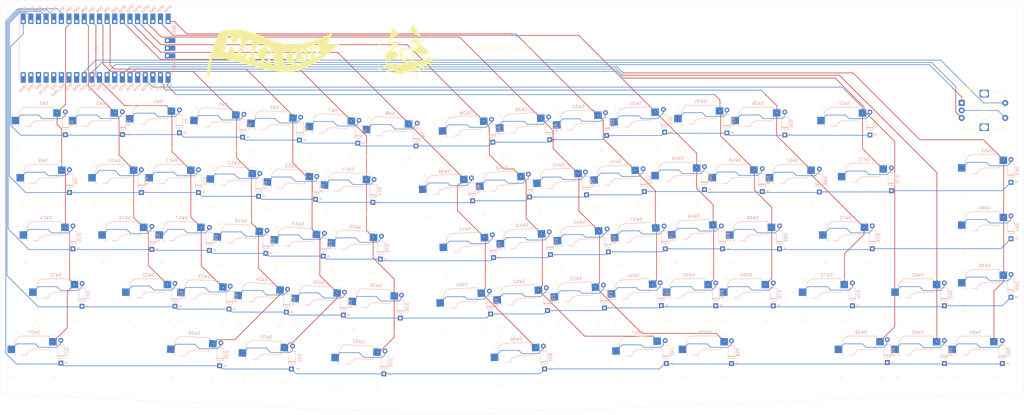
<source format=kicad_pcb>
(kicad_pcb (version 20240108) (generator "pcbnew") (generator_version "8.0")
  (layers (0 "F.Cu" signal) (31 "B.Cu" signal) (34 "B.Paste" user) (35 "F.Paste" user) (36 "B.SilkS" user "B.Silkscreen") (37 "F.SilkS" user "F.Silkscreen") (38 "B.Mask" user) (39 "F.Mask" user) (44 "Edge.Cuts" user))
  (net 0 "")
  (net 1 "Net-(D2-A)")
  (net 2 "Row 0")
  (net 3 "Net-(D3-A)")
  (net 4 "Net-(D4-A)")
  (net 5 "Net-(D5-A)")
  (net 6 "Net-(D6-A)")
  (net 7 "Net-(D7-A)")
  (net 8 "Net-(D8-A)")
  (net 9 "Net-(D9-A)")
  (net 10 "Row 1")
  (net 11 "Net-(D10-A)")
  (net 12 "Net-(D11-A)")
  (net 13 "Net-(D12-A)")
  (net 14 "Net-(D13-A)")
  (net 15 "Net-(D14-A)")
  (net 16 "Row 2")
  (net 17 "Net-(D15-A)")
  (net 18 "Net-(D16-A)")
  (net 19 "Net-(D17-A)")
  (net 20 "Net-(D18-A)")
  (net 21 "Net-(D19-A)")
  (net 22 "Net-(D20-A)")
  (net 23 "Row 3")
  (net 24 "Net-(D21-A)")
  (net 25 "Net-(D22-A)")
  (net 26 "Net-(D23-A)")
  (net 27 "Net-(D24-A)")
  (net 28 "Net-(D25-A)")
  (net 29 "Net-(D26-A)")
  (net 30 "Net-(D27-A)")
  (net 31 "Row 4")
  (net 32 "Net-(D28-A)")
  (net 33 "Net-(D29-A)")
  (net 34 "Net-(D30-A)")
  (net 35 "Net-(D31-A)")
  (net 36 "Net-(D32-A)")
  (net 37 "Net-(D33-A)")
  (net 38 "Net-(D34-A)")
  (net 39 "Net-(D35-A)")
  (net 40 "Net-(D36-A)")
  (net 41 "Net-(D37-A)")
  (net 42 "Net-(D38-A)")
  (net 43 "Net-(D40-A)")
  (net 44 "Net-(D41-A)")
  (net 45 "Net-(D42-A)")
  (net 46 "Net-(D43-A)")
  (net 47 "Net-(D44-A)")
  (net 48 "Net-(D45-A)")
  (net 49 "Net-(D46-A)")
  (net 50 "Net-(D47-A)")
  (net 51 "Net-(D48-A)")
  (net 52 "Net-(D49-A)")
  (net 53 "Net-(D51-A)")
  (net 54 "Net-(D52-A)")
  (net 55 "Net-(D53-A)")
  (net 56 "Net-(D54-A)")
  (net 57 "Net-(D55-A)")
  (net 58 "Net-(D56-A)")
  (net 59 "Net-(D57-A)")
  (net 60 "Net-(D58-A)")
  (net 61 "Net-(D59-A)")
  (net 62 "Net-(D60-A)")
  (net 63 "Net-(D61-A)")
  (net 64 "Net-(D62-A)")
  (net 65 "Net-(D63-A)")
  (net 66 "Net-(D64-A)")
  (net 67 "Net-(D65-A)")
  (net 68 "Net-(D68-A)")
  (net 69 "Net-(D69-A)")
  (net 70 "Net-(D70-A)")
  (net 71 "Net-(D72-A)")
  (net 72 "Net-(D73-A)")
  (net 73 "Net-(D74-A)")
  (net 74 "GND")
  (net 75 "Col 0")
  (net 76 "ENC_A")
  (net 77 "ENC_S1")
  (net 78 "ENC_B")
  (net 79 "Col 1")
  (net 80 "Col 2")
  (net 81 "Col 3")
  (net 82 "Col 4")
  (net 83 "Col 5")
  (net 84 "Col 6")
  (net 85 "Col 7")
  (net 86 "Col 8")
  (net 87 "Col 9")
  (net 88 "Col 10")
  (net 89 "Col 11")
  (net 90 "Col 12")
  (net 91 "Col 13")
  (net 92 "Col 14")
  (net 93 "Col 15")
  (net 94 "Col 16")
  (net 95 "LEDS")
  (footprint "keyswitches.pretty-master:Kailh_socket_MX" (layer "F.Cu") (at 302.462811 66.675)
    (property "Reference" "SW37")
    (property "Value" "Kailh_socket")
  )
  (footprint "keyswitches.pretty-master:Kailh_socket_MX" (layer "F.Cu") (at 101.294126 105.784167 -3)
    (property "Reference" "SW18")
    (property "Value" "Kailh_socket")
  )
  (footprint "keyswitches.pretty-master:Kailh_socket_MX" (layer "F.Cu") (at 234.330232 143 3)
    (property "Reference" "SW57")
    (property "Value" "Kailh_socket")
  )
  (footprint "keyswitches.pretty-master:Kailh_socket_MX" (layer "F.Cu") (at 233.877263 105.278006 3)
    (property "Reference" "SW57")
    (property "Value" "Kailh_socket")
  )
  (footprint "keyswitches.pretty-master:Kailh_socket_MX" (layer "F.Cu") (at 266.267811 85.65)
    (property "Reference" "SW48")
    (property "Value" "Kailh_socket")
  )
  (footprint "keyswitches.pretty-master:Kailh_socket_MX" (layer "F.Cu") (at 82.09 104.775)
    (property "Reference" "SW17")
    (property "Value" "Kailh_socket")
  )
  (footprint "keyswitches.pretty-master:Kailh_socket_MX" (layer "F.Cu") (at 208.001259 87.151414 3)
    (property "Reference" "SW42")
    (property "Value" "Kailh_socket")
  )
  (footprint "keyswitches.pretty-master:Kailh_socket_MX" (layer "F.Cu") (at 72.26625 66.06875)
    (property "Reference" "SW4")
    (property "Value" "Kailh_socket")
  )
  (footprint "keyswitches.pretty-master:Kailh_socket_MX" (layer "F.Cu") (at 176.566031 69.722721 3)
    (property "Reference" "SW28")
    (property "Value" "Kailh_socket")
  )
  (footprint "keyswitches.pretty-master:Kailh_socket_MX" (layer "F.Cu") (at 131.946732 69.030715 -3)
    (property "Reference" "SW7")
    (property "Value" "Kailh_socket")
  )
  (footprint "keyswitches.pretty-master:Kailh_socket_MX" (layer "F.Cu") (at 251.027811 123.825)
    (property "Reference" "SW55")
    (property "Value" "Kailh_socket")
  )
  (footprint "keyswitches.pretty-master:Kailh_socket_MX" (layer "F.Cu") (at 195.829477 107.272006 3)
    (property "Reference" "SW43")
    (property "Value" "Kailh_socket")
  )
  (footprint "keyswitches.pretty-master:Kailh_socket_MX" (layer "F.Cu") (at 232.823931 124.002799 3)
    (property "Reference" "SW54")
    (property "Value" "Kailh_socket")
  )
  (footprint "keyswitches.pretty-master:Kailh_socket_MX" (layer "F.Cu") (at 349.352811 120.7)
    (property "Reference" "SW65")
    (property "Value" "Kailh_socket")
  )
  (footprint "keyswitches.pretty-master:Kailh_socket_MX" (layer "F.Cu") (at 327.139061 123.825)
    (property "Reference" "SW62")
    (property "Value" "Kailh_socket")
  )
  (footprint "keyswitches.pretty-master:Kailh_socket_MX" (layer "F.Cu") (at 150.970624 70.027715 -3)
    (property "Reference" "SW8")
    (property "Value" "Kailh_socket")
  )
  (footprint "keyswitches.pretty-master:Kailh_socket_MX" (layer "F.Cu") (at 53.21625 66.675)
    (property "Reference" "SW3")
    (property "Value" "Kailh_socket")
  )
  (footprint "keyswitches.pretty-master:Kailh_socket_MX" (layer "F.Cu") (at 40.005 123.825)
    (property "Reference" "SW21")
    (property "Value" "Kailh_socket")
  )
  (footprint "keyswitches.pretty-master:Kailh_socket_MX" (layer "F.Cu") (at 346.189061 142.875)
    (property "Reference" "SW61")
    (property "Value" "Kailh_socket")
  )
  (footprint "keyswitches.pretty-master:Kailh_socket_MX" (layer "F.Cu") (at 112.50716 68.01193 -3)
    (property "Reference" "SW6")
    (property "Value" "Kailh_socket")
  )
  (footprint "keyswitches.pretty-master:Kailh_socket_MX" (layer "F.Cu") (at 285.317811 85.725)
    (property "Reference" "SW67")
    (property "Value" "Kailh_socket")
  )
  (footprint "keyswitches.pretty-master:Kailh_socket_MX" (layer "F.Cu") (at 175.752253 126.993799 3)
    (property "Reference" "SW51")
    (property "Value" "Kailh_socket")
  )
  (footprint "keyswitches.pretty-master:Kailh_socket_MX" (layer "F.Cu") (at 63.04 104.775)
    (property "Reference" "SW16")
    (property "Value" "Kailh_socket")
  )
  (footprint "keyswitches.pretty-master:Kailh_socket_MX" (layer "F.Cu") (at 85.806406 143.210201 -3)
    (property "Reference" "SW30")
    (property "Value" "Kailh_socket")
  )
  (footprint "keyswitches.pretty-master:Kailh_socket_MX" (layer "F.Cu") (at 296.352811 123.825)
    (property "Reference" "SW73")
    (property "Value" "Kailh_socket")
  )
  (footprint "keyswitches.pretty-master:Stabilizer_MX_2u" (layer "F.Cu") (at 302.462811 66.675)
    (property "Reference" "REF**" (hide yes))
    (property "Value" "Stabilizer_MX_2u" (hide yes))
  )
  (footprint "keyswitches.pretty-master:Kailh_socket_MX" (layer "F.Cu") (at 349.352811 101.475)
    (property "Reference" "SW64")
    (property "Value" "Kailh_socket")
  )
  (footprint "keyswitches.pretty-master:Kailh_socket_MX" (layer "F.Cu") (at 214.85337 106.275006 3)
    (property "Reference" "SW45")
    (property "Value" "Kailh_socket")
  )
  (footprint "keyswitches.pretty-master:Kailh_socket_MX" (layer "F.Cu") (at 233.637709 66.731721 3)
    (property "Reference" "SW34")
    (property "Value" "Kailh_socket")
  )
  (footprint "keyswitches.pretty-master:Kailh_socket_MX" (layer "F.Cu") (at 303.110311 104.775)
    (property "Reference" "SW72")
    (property "Value" "Kailh_socket")
  )
  (footprint "keyswitches.pretty-master:Kailh_socket_MX" (layer "F.Cu") (at 194.776145 125.996799 3)
    (property "Reference" "SW52")
    (property "Value" "Kailh_socket")
  )
  (footprint "keyswitches.pretty-master:Kailh_socket_MX" (layer "F.Cu") (at 256.352811 142.875)
    (property "Reference" "SW58")
    (property "Value" "Kailh_socket")
  )
  (footprint "keyswitches.pretty-master:Kailh_socket_MX" (layer "F.Cu") (at 309.352811 85.3425)
    (property "Reference" "SW71")
    (property "Value" "Kailh_socket")
  )
  (footprint "keyswitches.pretty-master:Kailh_socket_MX" (layer "F.Cu") (at 117.971198 87.521239 -3)
    (property "Reference" "SW13")
    (property "Value" "Kailh_socket")
  )
  (footprint "keyswitches.pretty-master:Stabilizer_MX_2u" (layer "F.Cu") (at 193.870756 145.120392 3)
    (property "Reference" "REF**" (hide yes))
    (property "Value" "Stabilizer_MX_2u" (hide yes))
  )
  (footprint "keyswitches.pretty-master:Kailh_socket_MX" (layer "F.Cu") (at 36.83 104.775)
    (property "Reference" "SW14")
    (property "Value" "Kailh_socket")
  )
  (footprint "keyswitches.pretty-master:Kailh_socket_MX" (layer "F.Cu") (at 214.613817 67.728721 3)
    (property "Reference" "SW33")
    (property "Value" "Kailh_socket")
  )
  (footprint "keyswitches.pretty-master:Kailh_socket_MX" (layer "F.Cu") (at 146.241837 127.301344 -3)
    (property "Reference" "SW26")
    (property "Value" "Kailh_socket")
  )
  (footprint "keyswitches.pretty-master:Kailh_socket_MX" (layer "F.Cu") (at 195.589924 68.725721 3)
    (property "Reference" "SW29")
    (property "Value" "Kailh_socket")
  )
  (footprint "keyswitches.pretty-master:Kailh_socket_MX" (layer "F.Cu") (at 140.505794 145.991757 -3)
    (property "Reference" "SW32")
    (property "Value" "Kailh_socket")
  )
  (footprint "keyswitches.pretty-master:Kailh_socket_MX" (layer "F.Cu") (at 35.79 85.725)
    (property "Reference" "SW9")
    (property "Value" "Kailh_socket")
  )
  (footprint "keyswitches.pretty-master:Kailh_socket_MX" (layer "F.Cu") (at 70.95 123.825)
    (property "Reference" "SW22")
    (property "Value" "Kailh_socket")
  )
  (footprint "keyswitches.pretty-master:Kailh_socket_MX" (layer "F.Cu") (at 136.995091 88.518239 -3)
    (property "Reference" "SW14")
    (property "Value" "Kailh_socket")
  )
  (footprint "fun:toro" (layer "F.Cu") (at 157 42)
    (property "Reference" "G***" (hide yes))
    (property "Value" "LOGO" (hide yes))
  )
  (footprint "keyswitches.pretty-master:Kailh_socket_MX" (layer "F.Cu") (at 89.170158 124.310344 -3)
    (property "Reference" "SW23")
    (property "Value" "Kailh_socket")
  )
  (footprint "keyswitches.pretty-master:Kailh_socket_MX" (layer "F.Cu") (at 108.194052 125.307344 -3)
    (property "Reference" "SW24")
    (property "Value" "Kailh_socket")
  )
  (footprint "keyswitches.pretty-master:Stabilizer_MX_2u" (layer "F.Cu") (at 40.005 123.825)
    (property "Reference" "REF**" (hide yes))
    (property "Value" "Stabilizer_MX_2u" (hide yes))
  )
  (footprint "keyswitches.pretty-master:Kailh_socket_MX" (layer "F.Cu") (at 34.16625 66.675)
    (property "Reference" "SW1")
    (property "Value" "Kailh_socket")
  )
  (footprint "keyswitches.pretty-master:Kailh_socket_MX" (layer "F.Cu") (at 169.953474 89.145414 3)
    (property "Reference" "SW38")
    (property "Value" "Kailh_socket")
  )
  (footprint "keyswitches.pretty-master:Kailh_socket_MX" (layer "F.Cu") (at 127.217943 126.304344 -3)
    (property "Reference" "SW25")
    (property "Value" "Kailh_socket")
  )
  (footprint "keyswitches.pretty-master:Kailh_socket_MX" (layer "F.Cu") (at 98.947307 86.524239 -3)
    (property "Reference" "SW12")
    (property "Value" "Kailh_socket")
  )
  (footprint "keyswitches.pretty-master:Kailh_socket_MX" (layer "F.Cu") (at 188.977367 88.148414 3)
    (property "Reference" "SW40")
    (property "Value" "Kailh_socket")
  )
  (footprint "keyswitches.pretty-master:Kailh_socket_MX" (layer "F.Cu") (at 32.81 142.875)
    (property "Reference" "SW27")
    (property "Value" "Kailh_socket")
  )
  (footprint "keyswitches.pretty-master:Kailh_socket_MX" (layer "F.Cu") (at 213.800038 124.999799 3)
    (property "Reference" "SW53")
    (property "Value" "Kailh_socket")
  )
  (footprint "keyswitches.pretty-master:Kailh_socket_MX" (layer "F.Cu") (at 327.139061 142.875)
    (property "Reference" "SW60")
    (property "Value" "Kailh_socket")
  )
  (footprint "keyswitches.pretty-master:Kailh_socket_MX" (layer "F.Cu") (at 270.077811 123.825)
    (property "Reference" "SW69")
    (property "Value" "Kailh_socket")
  )
  (footprint "keyswitches.pretty-master:Kailh_socket_MX" (layer "F.Cu") (at 273.887811 66.675)
    (property "Reference" "SW36")
    (property "Value" "Kailh_socket")
  )
  (footprint "keyswitches.pretty-master:Kailh_socket_MX" (layer "F.Cu") (at 120.318018 106.781167 -3)
    (property "Reference" "SW19")
    (property "Value" "Kailh_socket")
  )
  (footprint "keyswitches.pretty-master:Kailh_socket_MX" (layer "F.Cu") (at 254.837811 66)
    (property "Reference" "SW35")
    (property "Value" "Kailh_socket")
  )
  (footprint "keyswitches.pretty-master:Kailh_socket_MX" (layer "F.Cu") (at 93.483268 67.014929 -3)
    (property "Reference" "SW5")
    (property "Value" "Kailh_socket")
  )
  (footprint "keyswitches.pretty-master:Kailh_socket_MX" (layer "F.Cu") (at 252.901155 104.281006 3)
    (property "Reference" "SW49")
    (property "Value" "Kailh_socket")
  )
  (footprint "Rotary_Encoder:RotaryEncoder_Alps_EC12E-Switch_Vertical_H20mm" (layer "F.Cu") (at 341.772811 58.25)
    (property "Reference" "SW2")
    (property "Value" "RotaryEncoder_Switch")
  )
  (footprint "keyswitches.pretty-master:Kailh_socket_MX" (layer "F.Cu") (at 308.289061 142.875)
    (property "Reference" "SW59")
    (property "Value" "Kailh_socket")
  )
  (footprint "keyswitches.pretty-master:Kailh_socket_MX" (layer "F.Cu") (at 176.81736 108.493698 3)
    (property "Reference" "SW41")
    (property "Value" "Kailh_socket")
  )
  (footprint "keyswitches.pretty-master:Kailh_socket_MX" (layer "F.Cu") (at 193.870756 145.120392 3)
    (property "Reference" "SW56")
    (property "Value" "Kailh_socket")
  )
  (footprint "keyswitches.pretty-master:Kailh_socket_MX" (layer "F.Cu") (at 59.69 85.725)
    (property "Reference" "SW10")
    (property "Value" "Kailh_socket")
  )
  (footprint "keyswitches.pretty-master:Kailh_socket_MX" (layer "F.Cu") (at 78.74 85.725)
    (property "Reference" "SW11")
    (property "Value" "Kailh_socket")
  )
  (footprint "keyswitches.pretty-master:Stabilizer_MX_2u" (layer "F.Cu") (at 140.60121 146.081875 -3)
    (property "Reference" "REF**" (hide yes))
    (property "Value" "Stabilizer_MX_2u" (hide yes))
  )
  (footprint "keyswitches.pretty-master:Kailh_socket_MX" (layer "F.Cu") (at 247.217811 85)
    (property "Reference" "SW46")
    (property "Value" "Kailh_socket")
  )
  (footprint "keyswitches.pretty-master:Kailh_socket_MX" (layer "F.Cu") (at 109.643693 144.45946 -3)
    (property "Reference" "SW31")
    (property "Value" "Kailh_socket")
  )
  (footprint "keyswitches.pretty-master:Stabilizer_MX_2u" (layer "F.Cu") (at 303.110311 104.775)
    (property "Reference" "REF**" (hide yes))
    (property "Value" "Stabilizer_MX_2u" (hide yes))
  )
  (footprint "keyswitches.pretty-master:Kailh_socket_MX" (layer "F.Cu") (at 272.120311 104.775)
    (property "Reference" "SW68")
    (property "Value" "Kailh_socket")
  )
  (footprint "keyswitches.pretty-master:Kailh_socket_MX" (layer "F.Cu") (at 139.34191 107.778166 -3)
    (property "Reference" "SW20")
    (property "Value" "Kailh_socket")
  )
  (footprint "keyswitches.pretty-master:Kailh_socket_MX" (layer "F.Cu") (at 349.352811 82.425)
    (property "Reference" "SW63")
    (property "Value" "Kailh_socket")
  )
  (footprint "keyswitches.pretty-master:Kailh_socket_MX" (layer "F.Cu") (at 227.021227 86.079517 3)
    (property "Reference" "SW44")
    (property "Value" "Kailh_socket")
  )
  (footprint "fun:hackclub" (layer "F.Cu") (at 112.5 41.5)
    (property "Reference" "G***")
    (property "Value" "LOGO" (hide yes))
  )
  (footprint "Diode_THT:D_DO-35_SOD27_P7.62mm_Horizontal" (layer "B.Cu") (at 282.852811 68.91875 90)
    (property "Reference" "D36")
    (property "Value" "1N4148")
  )
  (footprint "Diode_THT:D_DO-35_SOD27_P7.62mm_Horizontal" (layer "B.Cu") (at 222.817086 126.52247 93)
    (property "Reference" "D53")
    (property "Value" "1N4148")
  )
  (footprint "Diode_THT:D_DO-35_SOD27_P7.62mm_Horizontal" (layer "B.Cu") (at 358.165311 122.97375 90)
    (property "Reference" "D65")
    (property "Value" "1N4148")
  )
  (footprint "Diode_THT:D_DO-35_SOD27_P7.62mm_Horizontal" (layer "B.Cu") (at 45.755 106.835 90)
    (property "Reference" "D15")
    (property "Value" "1N4148")
  )
  (footprint "Diode_THT:D_DO-35_SOD27_P7.62mm_Horizontal" (layer "B.Cu") (at 91.210669 107.35359 90)
    (property "Reference" "D17")
    (property "Value" "1N4148")
  )
  (footprint "Diode_THT:D_DO-35_SOD27_P7.62mm_Horizontal" (layer "B.Cu") (at 154.790849 129.908588 87)
    (property "Reference" "D26")
    (property "Value" "1N4148")
  )
  (footprint "Diode_THT:D_DO-35_SOD27_P7.62mm_Horizontal" (layer "B.Cu") (at 160.02 72.599985 87)
    (property "Reference" "D8")
    (property "Value" "1N4148")
  )
  (footprint "Diode_THT:D_DO-35_SOD27_P7.62mm_Horizontal" (layer "B.Cu") (at 185.602638 71.331987 93)
    (property "Reference" "D28")
    (property "Value" "1N4148")
  )
  (footprint "Diode_THT:D_DO-35_SOD27_P7.62mm_Horizontal" (layer "B.Cu") (at 87.565 88.10125 90)
    (property "Reference" "D11")
    (property "Value" "1N4148")
  )
  (footprint "Diode_THT:D_DO-35_SOD27_P7.62mm_Horizontal" (layer "B.Cu") (at 294.352811 87.8825 90)
    (property "Reference" "D68")
    (property "Value" "1N4148")
  )
  (footprint "Diode_THT:D_DO-35_SOD27_P7.62mm_Horizontal" (layer "B.Cu") (at 197.850027 89.591032 93)
    (property "Reference" "D40" (hide yes))
    (property "Value" "1N4148")
  )
  (footprint "Diode_THT:D_DO-35_SOD27_P7.62mm_Horizontal" (layer "B.Cu") (at 178.889412 90.840065 93)
    (property "Reference" "D38")
    (property "Value" "1N4148")
  )
  (footprint "Diode_THT:D_DO-35_SOD27_P7.62mm_Horizontal" (layer "B.Cu") (at 102.276095 69.651224 87)
    (property "Reference" "D5")
    (property "Value" "1N4148")
  )
  (footprint "Diode_THT:D_DO-35_SOD27_P7.62mm_Horizontal" (layer "B.Cu") (at 281.110311 106.825 90)
    (property "Reference" "D69")
    (property "Value" "1N4148")
  )
  (footprint "Diode_THT:D_DO-35_SOD27_P7.62mm_Horizontal" (layer "B.Cu") (at 79.73875 125.98125 90)
    (property "Reference" "D22")
    (property "Value" "1N4148")
  )
  (footprint "Diode_THT:D_DO-35_SOD27_P7.62mm_Horizontal" (layer "B.Cu") (at 279.030311 125.825 90)
    (property "Reference" "D70")
    (property "Value" "1N4148")
  )
  (footprint "Diode_THT:D_DO-35_SOD27_P7.62mm_Horizontal" (layer "B.Cu") (at 184.870079 128.528712 93)
    (property "Reference" "D51")
    (property "Value" "1N4148")
  )
  (footprint "Diode_THT:D_DO-35_SOD27_P7.62mm_Horizontal" (layer "B.Cu") (at 275.352811 87.75 90)
    (property "Reference" "D48")
    (property "Value" "1N4148")
  )
  (footprint "Diode_THT:D_DO-35_SOD27_P7.62mm_Horizontal" (layer "B.Cu") (at 223.529458 69.107752 93)
    (property "Reference" "D33")
    (property "Value" "1N4148")
  )
  (footprint "Diode_THT:D_DO-35_SOD27_P7.62mm_Horizontal" (layer "B.Cu") (at 241.75 125.75 93)
    (property "Reference" "D54")
    (property "Value" "1N4148")
  )
  (footprint "Diode_THT:D_DO-35_SOD27_P7.62mm_Horizontal" (layer "B.Cu") (at 121.200125 70.64299 87)
    (property "Reference" "D6")
    (property "Value" "1N4148")
  )
  (footprint "MCU_RaspberryPi_and_Boards:RPi_Pico_SMD_TH" (layer "B.Cu") (at 53.34 40.005 -90)
    (property "Reference" "U1")
    (property "Value" "Pico")
  )
  (footprint "Diode_THT:D_DO-35_SOD27_P7.62mm_Horizontal" (layer "B.Cu") (at 68.54 88.10125 90)
    (property "Reference" "D10")
    (property "Value" "1N4148")
  )
  (footprint "Diode_THT:D_DO-35_SOD27_P7.62mm_Horizontal" (layer "B.Cu") (at 43.235 68.8475 90)
    (property "Reference" "D2")
    (property "Value" "1N4148")
  )
  (footprint "Diode_THT:D_DO-35_SOD27_P7.62mm_Horizontal" (layer "B.Cu") (at 311.987811 106.81 90)
    (property "Reference" "D73")
    (property "Value" "1N4148")
  )
  (footprint "Diode_THT:D_DO-35_SOD27_P7.62mm_Horizontal" (layer "B.Cu") (at 44.59625 88.10125 90)
    (property "Reference" "D9")
    (property "Value" "1N4148")
  )
  (footprint "Diode_THT:D_DO-35_SOD27_P7.62mm_Horizontal" (layer "B.Cu") (at 81.235 68.185 90)
    (property "Reference" "D4")
    (property "Value" "1N4148")
  )
  (footprint "Diode_THT:D_DO-35_SOD27_P7.62mm_Horizontal" (layer "B.Cu") (at 243.3988 145 93)
    (property "Reference" "D57")
    (property "Value" "1N4148")
  )
  (footprint "Diode_THT:D_DO-35_SOD27_P7.62mm_Horizontal" (layer "B.Cu") (at 358.165311 103.49875 90)
    (property "Reference" "D64")
    (property "Value" "1N4148")
  )
  (footprint "Diode_THT:D_DO-35_SOD27_P7.62mm_Horizontal" (layer "B.Cu") (at 263.569061 68.24375 90)
    (property "Reference" "D35")
    (property "Value" "1N4148")
  )
  (footprint "Diode_THT:D_DO-35_SOD27_P7.62mm_Horizontal" (layer "B.Cu") (at 224.088133 107.843846 93)
    (property "Reference" "D45")
    (property "Value" "1N4148")
  )
  (footprint "Diode_THT:D_DO-35_SOD27_P7.62mm_Horizontal" (layer "B.Cu") (at 265.102811 145.06 90)
    (property "Reference" "D58")
    (property "Value" "1N4148")
  )
  (footprint "Diode_THT:D_DO-35_SOD27_P7.62mm_Horizontal" (layer "B.Cu") (at 305.374061 125.8175 90)
    (property "Reference" "D74")
    (property "Value" "1N4148")
  )
  (footprint "Diode_THT:D_DO-35_SOD27_P7.62mm_Horizontal" (layer "B.Cu") (at 129.139262 109.281261 87)
    (property "Reference" "D19")
    (property "Value" "1N4148")
  )
  (footprint "Diode_THT:D_DO-35_SOD27_P7.62mm_Horizontal" (layer "B.Cu") (at 72.03 107.01 90)
    (property "Reference" "D32")
    (property "Value" "1N4148")
  )
  (footprint "Diode_THT:D_DO-35_SOD27_P7.62mm_Horizontal" (layer "B.Cu") (at 48.81125 125.98125 90)
    (property "Reference" "D21")
    (property "Value" "1N4148")
  )
  (footprint "Diode_THT:D_DO-35_SOD27_P7.62mm_Horizontal" (layer "B.Cu") (at 203.837629 127.411997 93)
    (property "Reference" "D52")
    (property "Value" "1N4148")
  )
  (footprint "Diode_THT:D_DO-35_SOD27_P7.62mm_Horizontal" (layer "B.Cu") (at 242.852811 68 93)
    (property "Reference" "D34")
    (property "Value" "1N4148")
  )
  (footprint "Diode_THT:D_DO-35_SOD27_P7.62mm_Horizontal" (layer "B.Cu") (at 110.002381 108.338422 87)
    (property "Reference" "D18")
    (property "Value" "1N4148")
  )
  (footprint "Diode_THT:D_DO-35_SOD27_P7.62mm_Horizontal" (layer "B.Cu") (at 243.062094 106.849463 93)
    (property "Reference" "D47")
    (property "Value" "1N4148")
  )
  (footprint "Diode_THT:D_DO-35_SOD27_P7.62mm_Horizontal" (layer "B.Cu") (at 202.85294 146.837654 93)
    (property "Reference" "D56")
    (property "Value" "1N4148")
  )
  (footprint "Diode_THT:D_DO-35_SOD27_P7.62mm_Horizontal" (layer "B.Cu") (at 262.110311 106.825 93)
    (property "Reference" "D49")
    (property "Value" "1N4148")
  )
  (footprint "Diode_THT:D_DO-35_SOD27_P7.62mm_Horizontal" (layer "B.Cu") (at 116.842928 127.919822 87)
    (property "Reference" "D24")
    (property "Value" "1N4148")
  )
  (footprint "Diode_THT:D_DO-35_SOD27_P7.62mm_Horizontal" (layer "B.Cu") (at 311.212811 68.91875 90)
    (property "Reference" "D37")
    (property "Value" "1N4148")
  )
  (footprint "Diode_THT:D_DO-35_SOD27_P7.62mm_Horizontal" (layer "B.Cu") (at 97.751628 126.919289 87)
    (property "Reference" "D23")
    (property "Value" "1N4148")
  )
  (footprint "Diode_THT:D_DO-35_SOD27_P7.62mm_Horizontal" (layer "B.Cu") (at 358.165311 84.69875 90)
    (property "Reference" "D63")
    (property "Value" "1N4148")
  )
  (footprint "Diode_THT:D_DO-35_SOD27_P7.62mm_Horizontal" (layer "B.Cu") (at 355.295311 145.01875 90)
    (property "Reference" "D61")
    (property "Value" "1N4148")
  )
  (footprint "Diode_THT:D_DO-35_SOD27_P7.62mm_Horizontal" (layer "B.Cu") (at 317 144.705 90)
    (property "Reference" "D59")
    (property "Value" "1N4148")
  )
  (footprint "Diode_THT:D_DO-35_SOD27_P7.62mm_Horizontal" (layer "B.Cu") (at 336.001561 125.79875 90)
    (property "Reference" "D62")
    (property "Value" "1N4148" (hide yes))
  )
  (footprint "Diode_THT:D_DO-35_SOD27_P7.62mm_Horizontal" (layer "B.Cu") (at 204.810919 108.784026 93)
    (property "Reference" "D43")
    (property "Value" "1N4148")
  )
  (footprint "Diode_THT:D_DO-35_SOD27_P7.62mm_Horizontal" (layer "B.Cu") (at 126.559878 90.350863 87)
    (property "Reference" "D13")
    (property "Value" "1N4148")
  )
  (footprint "Diode_THT:D_DO-35_SOD27_P7.62mm_Horizontal" (layer "B.Cu") (at 149.32408 148.476676 87)
    (property "Reference" "D32")
    (property "Value" "1N4148")
  )
  (footprint "Diode_THT:D_DO-35_SOD27_P7.62mm_Horizontal" (layer "B.Cu") (at 259.852811 125.8175 90)
    (property "Reference" "D55")
    (property "Value" "1N4148")
  )
  (footprint "Diode_THT:D_DO-35_SOD27_P7.62mm_Horizontal" (layer "B.Cu") (at 107.585916 89.35648 87)
    (property "Reference" "D12")
    (property "Value" "1N4148")
  )
  (footprint "Diode_THT:D_DO-35_SOD27_P7.62mm_Horizontal" (layer "B.Cu") (at 94.626947 145.795375 87)
    (property "Reference" "D30")
    (property "Value" "1N4148")
  )
  (footprint "Diode_THT:D_DO-35_SOD27_P7.62mm_Horizontal" (layer "B.Cu") (at 145.651179 91.351396 87)
    (property "Reference" "D14")
    (property "Value" "1N4148")
  )
  (footprint "Diode_THT:D_DO-35_SOD27_P7.62mm_Horizontal" (layer "B.Cu") (at 256.102811 87.1 90)
    (property "Reference" "D46")
    (property "Value" "1N4148")
  )
  (footprint "Diode_THT:D_DO-35_SOD27_P7.62mm_Horizontal" (layer "B.Cu") (at 318.372811 87.5 90)
    (property "Reference" "D72")
    (property "Value" "1N4148")
  )
  (footprint "Diode_THT:D_DO-35_SOD27_P7.62mm_Horizontal" (layer "B.Cu") (at 148.135693 110.276822 87)
    (property "Reference" "D20")
    (property "Value" "1N4148")
  )
  (footprint "Diode_THT:D_DO-35_SOD27_P7.62mm_Horizontal" (layer "B.Cu") (at 62.235 68.79125 90)
    (property "Reference" "D3")
    (property "Value" "1N4148")
  )
  (footprint "Diode_THT:D_DO-35_SOD27_P7.62mm_Horizontal" (layer "B.Cu") (at 336.001561 145.01875 90)
    (property "Reference" "D60")
    (property "Value" "1N4148")
  )
  (footprint "Diode_THT:D_DO-35_SOD27_P7.62mm_Horizontal" (layer "B.Cu") (at 140.639697 71.661775 87)
    (property "Reference" "D7")
    (property "Value" "1N4148")
  )
  (footprint "Diode_THT:D_DO-35_SOD27_P7.62mm_Horizontal" (layer "B.Cu") (at 236.055779 87.769 93)
    (property "Reference" "D44")
    (property "Value" "1N4148")
  )
  (footprint "Diode_THT:D_DO-35_SOD27_P7.62mm_Horizontal" (layer "B.Cu") (at 204.576431 70.501587 93)
    (property "Reference" "D29")
    (property "Value" "1N4148")
  )
  (footprint "Diode_THT:D_DO-35_SOD27_P7.62mm_Horizontal" (layer "B.Cu") (at 135.816888 128.914205 87)
    (property "Reference" "D25")
    (property "Value" "1N4148")
  )
  (footprint "Diode_THT:D_DO-35_SOD27_P7.62mm_Horizontal" (layer "B.Cu") (at 216.837334 88.851299 93)
    (property "Reference" "D42")
    (property "Value" "1N4148")
  )
  (footprint "Diode_THT:D_DO-35_SOD27_P7.62mm_Horizontal" (layer "B.Cu") (at 41.735 144.935 90)
    (property "Reference" "D27")
    (property "Value" "1N4148")
  )
  (footprint "Diode_THT:D_DO-35_SOD27_P7.62mm_Horizontal" (layer "B.Cu") (at 118.53009 146.862832 87)
    (property "Reference" "D31")
    (property "Value" "1N4148")
  )
  (footprint "Diode_THT:D_DO-35_SOD27_P7.62mm_Horizontal" (layer "B.Cu") (at 185.836958 109.778409 93)
    (property "Reference" "D41")
    (property "Value" "1N4148")
  )
  (gr_line (start 21.5 155) (end 167.5 162.215) (stroke (width 0.05)) (layer "Edge.Cuts"))
  (gr_line (start 167.5 162.215) (end 362.5 154.5) (stroke (width 0.05)) (layer "Edge.Cuts"))
  (gr_line (start 21.5 155) (end 21.5 24) (stroke (width 0.05)) (layer "Edge.Cuts"))
  (gr_line (start 21.5 24) (end 362.5 24) (stroke (width 0.05)) (layer "Edge.Cuts"))
  (gr_line (start 362.5 24) (end 362.5 154.5) (stroke (width 0.05)) (layer "Edge.Cuts"))
  (gr_text "toro-board v.1!!" (at 173 41 -0) (layer "F.SilkS") (effects (font (size 2 2) (thickness 0.1)) (justify left bottom)))
  (segment (start 35.5 63.5) (end 42.09387 63.5) (width 0.2) (layer "B.Cu") (net 1))
  (segment (start 34.285 62.285) (end 35.5 63.5) (width 0.2) (layer "B.Cu") (net 1))
  (segment (start 43.235 62.35887) (end 43.235 61.2275) (width 0.2) (layer "B.Cu") (net 1))
  (segment (start 26.60625 64.135) (end 28.45625 62.285) (width 0.2) (layer "B.Cu") (net 1))
  (segment (start 42.09387 63.5) (end 43.235 62.35887) (width 0.2) (layer "B.Cu") (net 1))
  (segment (start 28.45625 62.285) (end 34.285 62.285) (width 0.2) (layer "B.Cu") (net 1))
  (segment (start 80.62875 68.79125) (end 81.235 68.185) (width 0.2) (layer "B.Cu") (net 2))
  (segment (start 204.576431 70.501587) (end 222.135623 70.501587) (width 0.2) (layer "B.Cu") (net 2))
  (segment (start 241.745059 69.107752) (end 242.852811 68) (width 0.2) (layer "B.Cu") (net 2))
  (segment (start 29.21 35.29) (end 29.21 31.115) (width 0.2) (layer "B.Cu") (net 2))
  (segment (start 282.752661 69.0189) (end 282.852811 68.91875) (width 0.2) (layer "B.Cu") (net 2))
  (segment (start 43.235 68.8475) (end 43.0636 69.0189) (width 0.2) (layer "B.Cu") (net 2))
  (segment (start 103.267861 70.64299) (end 121.200125 70.64299) (width 0.2) (layer "B.Cu") (net 2))
  (segment (start 282.852811 68.91875) (end 282.952961 69.0189) (width 0.2) (layer "B.Cu") (net 2))
  (segment (start 222.135623 70.501587) (end 223.529458 69.107752) (width 0.2) (layer "B.Cu") (net 2))
  (segment (start 140.639697 71.661775) (end 141.577907 72.599985) (width 0.2) (layer "B.Cu") (net 2))
  (segment (start 264.344211 69.0189) (end 282.752661 69.0189) (width 0.2) (layer "B.Cu") (net 2))
  (segment (start 203.746031 71.331987) (end 204.576431 70.501587) (width 0.2) (layer "B.Cu") (net 2))
  (segment (start 82.701224 69.651224) (end 102.276095 69.651224) (width 0.2) (layer "B.Cu") (net 2))
  (segment (start 263.468911 68.3439) (end 263.569061 68.24375) (width 0.2) (layer "B.Cu") (net 2))
  (segment (start 121.200125 70.64299) (end 122.21891 71.661775) (width 0.2) (layer "B.Cu") (net 2))
  (segment (start 62.235 68.79125) (end 80.62875 68.79125) (width 0.2) (layer "B.Cu") (net 2))
  (segment (start 141.577907 72.599985) (end 160.02 72.599985) (width 0.2) (layer "B.Cu") (net 2))
  (segment (start 43.4064 69.0189) (end 62.00735 69.0189) (width 0.2) (layer "B.Cu") (net 2))
  (segment (start 25 65.65375) (end 25 39.5) (width 0.2) (layer "B.Cu") (net 2))
  (segment (start 81.235 68.185) (end 82.701224 69.651224) (width 0.2) (layer "B.Cu") (net 2))
  (segment (start 160.02 72.599985) (end 184.33464 72.599985) (width 0.2) (layer "B.Cu") (net 2))
  (segment (start 184.33464 72.599985) (end 185.602638 71.331987) (width 0.2) (layer "B.Cu") (net 2))
  (segment (start 242.852811 68) (end 243.196711 68.3439) (width 0.2) (layer "B.Cu") (net 2))
  (segment (start 185.602638 71.331987) (end 203.746031 71.331987) (width 0.2) (layer "B.Cu") (net 2))
  (segment (start 28.36515 69.0189) (end 25 65.65375) (width 0.2) (layer "B.Cu") (net 2))
  (segment (start 311.112661 69.0189) (end 311.212811 68.91875) (width 0.2) (layer "B.Cu") (net 2))
  (segment (start 43.235 68.8475) (end 43.4064 69.0189) (width 0.2) (layer "B.Cu") (net 2))
  (segment (start 43.0636 69.0189) (end 28.36515 69.0189) (width 0.2) (layer "B.Cu") (net 2))
  (segment (start 102.276095 69.651224) (end 103.267861 70.64299) (width 0.2) (layer "B.Cu") (net 2))
  (segment (start 25 39.5) (end 29.21 35.29) (width 0.2) (layer "B.Cu") (net 2))
  (segment (start 243.196711 68.3439) (end 263.468911 68.3439) (width 0.2) (layer "B.Cu") (net 2))
  (segment (start 263.569061 68.24375) (end 264.344211 69.0189) (width 0.2) (layer "B.Cu") (net 2))
  (segment (start 122.21891 71.661775) (end 140.639697 71.661775) (width 0.2) (layer "B.Cu") (net 2))
  (segment (start 62.00735 69.0189) (end 62.235 68.79125) (width 0.2) (layer "B.Cu") (net 2))
  (segment (start 223.529458 69.107752) (end 241.745059 69.107752) (width 0.2) (layer "B.Cu") (net 2))
  (segment (start 282.952961 69.0189) (end 311.112661 69.0189) (width 0.2) (layer "B.Cu") (net 2))
  (segment (start 53.829955 62.285) (end 54.989955 63.445) (width 0.2) (layer "B.Cu") (net 3))
  (segment (start 47.50625 62.285) (end 53.829955 62.285) (width 0.2) (layer "B.Cu") (net 3))
  (segment (start 62.235 61.99125) (end 62.235 61.17125) (width 0.2) (layer "B.Cu") (net 3))
  (segment (start 45.65625 64.135) (end 47.50625 62.285) (width 0.2) (layer "B.Cu") (net 3))
  (segment (start 60.78125 63.445) (end 62.235 61.99125) (width 0.2) (layer "B.Cu") (net 3))
  (segment (start 54.989955 63.445) (end 60.78125 63.445) (width 0.2) (layer "B.Cu") (net 3))
  (segment (start 66.55625 61.67875) (end 72.879955 61.67875) (width 0.2) (layer "B.Cu") (net 4))
  (segment (start 81.235 60.565) (end 81.235 60.5425) (width 0.2) (layer "B.Cu") (net 4))
  (segment (start 79.83125 62.83875) (end 81.235 61.435) (width 0.2) (layer "B.Cu") (net 4))
  (segment (start 74.039955 62.83875) (end 79.83125 62.83875) (width 0.2) (layer "B.Cu") (net 4))
  (segment (start 81.235 61.435) (end 81.235 60.565) (width 0.2) (layer "B.Cu") (net 4))
  (segment (start 72.879955 61.67875) (end 74.039955 62.83875) (width 0.2) (layer "B.Cu") (net 4))
  (segment (start 64.70625 63.52875) (end 66.55625 61.67875) (width 0.2) (layer "B.Cu") (net 4))
  (segment (start 102.674895 62.573817) (end 102.674895 62.041667) (width 0.2) (layer "B.Cu") (net 5))
  (segment (start 101.323888 63.924824) (end 102.674895 62.573817) (width 0.2) (layer "B.Cu") (net 5))
  (segment (start 95.424824 63.924824) (end 101.323888 63.924824) (width 0.2) (layer "B.Cu") (net 5))
  (segment (start 86.066562 64.08275) (end 87.720302 62.42901) (width 0.2) (layer "B.Cu") (net 5))
  (segment (start 93.92901 62.42901) (end 95.424824 63.924824) (width 0.2) (layer "B.Cu") (net 5))
  (segment (start 87.720302 62.42901) (end 93.92901 62.42901) (width 0.2) (layer "B.Cu") (net 5))
  (segment (start 120.34778 64.921825) (end 121.598925 63.67068) (width 0.2) (layer "B.Cu") (net 6))
  (segment (start 106.744194 63.426011) (end 113.047437 63.426011) (width 0.2) (layer "B.Cu") (net 6))
  (segment (start 113.047437 63.426011) (end 114.543251 64.921825) (width 0.2) (layer "B.Cu") (net 6))
  (segment (start 105.090454 65.079751) (end 106.744194 63.426011) (width 0.2) (layer "B.Cu") (net 6))
  (segment (start 114.543251 64.921825) (end 120.34778 64.921825) (width 0.2) (layer "B.Cu") (net 6))
  (segment (start 121.598925 63.67068) (end 121.598925 63.033433) (width 0.2) (layer "B.Cu") (net 6))
  (segment (start 124.530026 66.098536) (end 126.183766 64.444796) (width 0.2) (layer "B.Cu") (net 7))
  (segment (start 139.787352 65.94061) (end 141.038497 64.689465) (width 0.2) (layer "B.Cu") (net 7))
  (segment (start 141.038497 64.052218) (end 141.038497 63.886891) (width 0.2) (layer "B.Cu") (net 7))
  (segment (start 132.444796 64.444796) (end 133.94061 65.94061) (width 0.2) (layer "B.Cu") (net 7))
  (segment (start 133.94061 65.94061) (end 139.787352 65.94061) (width 0.2) (layer "B.Cu") (net 7))
  (segment (start 126.183766 64.444796) (end 132.444796 64.444796) (width 0.2) (layer "B.Cu") (net 7))
  (segment (start 141.038497 64.689465) (end 141.038497 64.052218) (width 0.2) (layer "B.Cu") (net 7))
  (segment (start 153.006715 66.93761) (end 158.811244 66.93761) (width 0.2) (layer "B.Cu") (net 8))
  (segment (start 160.4188 65.330054) (end 160.4188 64.990428) (width 0.2) (layer "B.Cu") (net 8))
  (segment (start 151.510901 65.441796) (end 153.006715 66.93761) (width 0.2) (layer "B.Cu") (net 8))
  (segment (start 158.811244 66.93761) (end 160.4188 65.330054) (width 0.2) (layer "B.Cu") (net 8))
  (segment (start 143.553918 67.095536) (end 145.207658 65.441796) (width 0.2) (layer "B.Cu") (net 8))
  (segment (start 145.207658 65.441796) (end 151.510901 65.441796) (width 0.2) (layer "B.Cu") (net 8))
  (segment (start 36.403705 81.335) (end 37.563705 82.495) (width 0.2) (layer "B.Cu") (net 9))
  (segment (start 28.23 83.185) (end 30.08 81.335) (width 0.2) (layer "B.Cu") (net 9))
  (segment (start 30.08 81.335) (end 36.403705 81.335) (width 0.2) (layer "B.Cu") (net 9))
  (segment (start 44.59625 81.25375) (end 44.59625 80.48125) (width 0.2) (layer "B.Cu") (net 9))
  (segment (start 43.355 82.495) (end 44.59625 81.25375) (width 0.2) (layer "B.Cu") (net 9))
  (segment (start 37.563705 82.495) (end 43.355 82.495) (width 0.2) (layer "B.Cu") (net 9))
  (segment (start 178.889412 90.840065) (end 196.600994 90.840065) (width 0.2) (layer "B.Cu") (net 10))
  (segment (start 236.055779 87.769) (end 255.433811 87.769) (width 0.2) (layer "B.Cu") (net 10))
  (segment (start 275.352811 87.75) (end 275.671711 88.0689) (width 0.2) (layer "B.Cu") (net 10))
  (segment (start 145.789097 91.489314) (end 178.240163 91.489314) (width 0.2) (layer "B.Cu") (net 10))
  (segment (start 145.651179 91.351396) (end 145.789097 91.489314) (width 0.2) (layer "B.Cu") (net 10))
  (segment (start 355.364061 87.5) (end 358.165311 84.69875) (width 0.2) (layer "B.Cu") (net 10))
  (segment (start 275.671711 88.0689) (end 294.166411 88.0689) (width 0.2) (layer "B.Cu") (net 10))
  (segment (start 256.996711 87.9939) (end 275.108911 87.9939) (width 0.2) (layer "B.Cu") (net 10))
  (segment (start 30.36 28.165) (end 31.75 29.555) (width 0.2) (layer "B.Cu") (net 10))
  (segment (start 44.59625 88.10125) (end 30.02125 88.10125) (width 0.2) (layer "B.Cu") (net 10))
  (segment (start 256.102811 87.1) (end 256.996711 87.9939) (width 0.2) (layer "B.Cu") (net 10))
  (segment (start 196.600994 90.840065) (end 197.850027 89.591032) (width 0.2) (layer "B.Cu") (net 10))
  (segment (start 24.6 82.68) (end 24.6 31.625) (width 0.2) (layer "B.Cu") (net 10))
  (segment (start 126.559878 90.350863) (end 127.560411 91.351396) (width 0.2) (layer "B.Cu") (net 10))
  (segment (start 68.54 88.10125) (end 87.565 88.10125) (width 0.2) (layer "B.Cu") (net 10))
  (segment (start 31.75 29.555) (end 31.75 31.115) (width 0.2) (layer "B.Cu") (net 10))
  (segment (start 87.565 88.10125) (end 88.82023 89.35648) (width 0.2) (layer "B.Cu") (net 10))
  (segment (start 317.990311 87.8825) (end 318.372811 87.5) (width 0.2) (layer "B.Cu") (net 10))
  (segment (start 107.585916 89.35648) (end 108.580299 90.350863) (width 0.2) (layer "B.Cu") (net 10))
  (segment (start 255.433811 87.769) (end 256.102811 87.1) (width 0.2) (layer "B.Cu") (net 10))
  (segment (start 108.580299 90.350863) (end 126.559878 90.350863) (width 0.2) (layer "B.Cu") (net 10))
  (segment (start 275.108911 87.9939) (end 275.352811 87.75) (width 0.2) (layer "B.Cu") (net 10))
  (segment (start 234.97348 88.851299) (end 236.055779 87.769) (width 0.2) (layer "B.Cu") (net 10))
  (segment (start 178.240163 91.489314) (end 178.889412 90.840065) (width 0.2) (layer "B.Cu") (net 10))
  (segment (start 88.82023 89.35648) (end 107.585916 89.35648) (width 0.2) (layer "B.Cu") (net 10))
  (segment (start 30.02125 88.10125) (end 24.6 82.68) (width 0.2) (layer "B.Cu") (net 10))
  (segment (start 24.6 31.625) (end 28.06 28.165) (width 0.2) (layer "B.Cu") (net 10))
  (segment (start 197.850027 89.591032) (end 216.097601 89.591032) (width 0.2) (layer "B.Cu") (net 10))
  (segment (start 28.06 28.165) (end 30.36 28.165) (width 0.2) (layer "B.Cu") (net 10))
  (segment (start 216.837334 88.851299) (end 234.97348 88.851299) (width 0.2) (layer "B.Cu") (net 10))
  (segment (start 216.097601 89.591032) (end 216.837334 88.851299) (width 0.2) (layer "B.Cu") (net 10))
  (segment (start 127.560411 91.351396) (end 145.651179 91.351396) (width 0.2) (layer "B.Cu") (net 10))
  (segment (start 44.59625 88.10125) (end 68.54 88.10125) (width 0.2) (layer "B.Cu") (net 10))
  (segment (start 294.166411 88.0689) (end 294.352811 87.8825) (width 0.2) (layer "B.Cu") (net 10))
  (segment (start 294.352811 87.8825) (end 317.990311 87.8825) (width 0.2) (layer "B.Cu") (net 10))
  (segment (start 318.372811 87.5) (end 355.364061 87.5) (width 0.2) (layer "B.Cu") (net 10))
  (segment (start 52.13 83.185) (end 54.565 80.75) (width 0.2) (layer "B.Cu") (net 11))
  (segment (start 61.463705 82.495) (end 67.255 82.495) (width 0.2) (layer "B.Cu") (net 11))
  (segment (start 67.255 82.495) (end 68.54 81.21) (width 0.2) (layer "B.Cu") (net 11))
  (segment (start 54.565 80.75) (end 59.718705 80.75) (width 0.2) (layer "B.Cu") (net 11))
  (segment (start 68.54 81.21) (end 68.54 80.48125) (width 0.2) (layer "B.Cu") (net 11))
  (segment (start 59.718705 80.75) (end 61.463705 82.495) (width 0.2) (layer "B.Cu") (net 11))
  (segment (start 73.03 81.335) (end 79.353705 81.335) (width 0.2) (layer "B.Cu") (net 12))
  (segment (start 79.353705 81.335) (end 80.518705 82.5) (width 0.2) (layer "B.Cu") (net 12))
  (segment (start 87.565 81.235) (end 87.565 80.48125) (width 0.2) (layer "B.Cu") (net 12))
  (segment (start 80.518705 82.5) (end 86.3 82.5) (width 0.2) (layer "B.Cu") (net 12))
  (segment (start 71.18 83.185) (end 73.03 81.335) (width 0.2) (layer "B.Cu") (net 12))
  (segment (start 86.3 82.5) (end 87.565 81.235) (width 0.2) (layer "B.Cu") (net 12))
  (segment (start 99.487584 81.93832) (end 100.983398 83.434134) (width 0.2) (layer "B.Cu") (net 13))
  (segment (start 93.184341 81.93832) (end 99.487584 81.93832) (width 0.2) (layer "B.Cu") (net 13))
  (segment (start 107.984716 82.237345) (end 107.984716 81.746923) (width 0.2) (layer "B.Cu") (net 13))
  (segment (start 100.983398 83.434134) (end 106.787927 83.434134) (width 0.2) (layer "B.Cu") (net 13))
  (segment (start 106.787927 83.434134) (end 107.984716 82.237345) (width 0.2) (layer "B.Cu") (net 13))
  (segment (start 91.530601 83.59206) (end 93.184341 81.93832) (width 0.2) (layer "B.Cu") (net 13))
  (segment (start 119.931134 84.431134) (end 126.40022 84.431134) (width 0.2) (layer "B.Cu") (net 14))
  (segment (start 118.43532 82.93532) (end 119.931134 84.431134) (width 0.2) (layer "B.Cu") (net 14))
  (segment (start 110.554492 84.58906) (end 112.208232 82.93532) (width 0.2) (layer "B.Cu") (net 14))
  (segment (start 112.208232 82.93532) (end 118.43532 82.93532) (width 0.2) (layer "B.Cu") (net 14))
  (segment (start 126.40022 84.431134) (end 126.958678 83.872676) (width 0.2) (layer "B.Cu") (net 14))
  (segment (start 126.958678 83.872676) (end 126.958678 82.741306) (width 0.2) (layer "B.Cu") (net 14))
  (segment (start 146.049979 84.213866) (end 146.049979 83.741839) (width 0.2) (layer "B.Cu") (net 15))
  (segment (start 137.535368 83.93232) (end 139.031182 85.428134) (width 0.2) (layer "B.Cu") (net 15))
  (segment (start 129.578385 85.58606) (end 131.232125 83.93232) (width 0.2) (layer "B.Cu") (net 15))
  (segment (start 131.232125 83.93232) (end 137.535368 83.93232) (width 0.2) (layer "B.Cu") (net 15))
  (segment (start 144.835711 85.428134) (end 146.049979 84.213866) (width 0.2) (layer "B.Cu") (net 15))
  (segment (start 139.031182 85.428134) (end 144.835711 85.428134) (width 0.2) (layer "B.Cu") (net 15))
  (segment (start 281.404211 107.1189) (end 281.110311 106.825) (width 0.2) (layer "B.Cu") (net 16))
  (segment (start 72.37359 107.35359) (end 72.03 107.01) (width 0.2) (layer "B.Cu") (net 16))
  (segment (start 243.062094 106.849463) (end 242.067711 107.843846) (width 0.2) (layer "B.Cu") (net 16))
  (segment (start 261.900537 106.849463) (end 243.062094 106.849463) (width 0.2) (layer "B.Cu") (net 16))
  (segment (start 71.9211 107.1189) (end 46.0389 107.1189) (width 0.2) (layer "B.Cu") (net 16))
  (segment (start 242.067711 107.843846) (end 224.088133 107.843846) (width 0.2) (layer "B.Cu") (net 16))
  (segment (start 281.110311 106.825) (end 280.816411 107.1189) (width 0.2) (layer "B.Cu") (net 16))
  (segment (start 261.925 106.825) (end 261.900537 106.849463) (width 0.2) (layer "B.Cu") (net 16))
  (segment (start 280.816411 107.1189) (end 262.404211 107.1189) (width 0.2) (layer "B.Cu") (net 16))
  (segment (start 185.836958 109.778409) (end 184.777769 110.837598) (width 0.2) (layer "B.Cu") (net 16))
  (segment (start 311.678911 107.1189) (end 281.404211 107.1189) (width 0.2) (layer "B.Cu") (net 16))
  (segment (start 358.165311 103.49875) (end 354.854061 106.81) (width 0.2) (layer "B.Cu") (net 16))
  (segment (start 262.110311 106.825) (end 261.925 106.825) (width 0.2) (layer "B.Cu") (net 16))
  (segment (start 311.987811 106.81) (end 311.678911 107.1189) (width 0.2) (layer "B.Cu") (net 16))
  (segment (start 72.03 107.01) (end 71.9211 107.1189) (width 0.2) (layer "B.Cu") (net 16))
  (segment (start 262.404211 107.1189) (end 262.110311 106.825) (width 0.2) (layer "B.Cu") (net 16))
  (segment (start 148.135693 110.276822) (end 130.134823 110.276822) (width 0.2) (layer "B.Cu") (net 16))
  (segment (start 27.909314 27.75) (end 35.025 27.75) (width 0.2) (layer "B.Cu") (net 16))
  (segment (start 148.696469 110.837598) (end 148.135693 110.276822) (width 0.2) (layer "B.Cu") (net 16))
  (segment (start 24.2 100.2) (end 24.2 31.459314) (width 0.2) (layer "B.Cu") (net 16))
  (segment (start 91.210669 107.35359) (end 72.37359 107.35359) (width 0.2) (layer "B.Cu") (net 16))
  (segment (start 45.755 106.835) (end 45.4711 107.1189) (width 0.2) (layer "B.Cu") (net 16))
  (segment (start 354.854061 106.81) (end 311.987811 106.81) (width 0.2) (layer "B.Cu") (net 16))
  (segment (start 46.0389 107.1189) (end 45.755 106.835) (width 0.2) (layer "B.Cu") (net 16))
  (segment (start 31.1189 107.1189) (end 24.2 100.2) (width 0.2) (layer "B.Cu") (net 16))
  (segment (start 110.94522 109.281261) (end 110.002381 108.338422) (width 0.2) (layer "B.Cu") (net 16))
  (segment (start 36.83 29.555) (end 36.83 31.115) (width 0.2) (layer "B.Cu") (net 16))
  (segment (start 204.810919 108.784026) (end 203.816536 109.778409) (width 0.2) (layer "B.Cu") (net 16))
  (segment (start 130.134823 110.276822) (end 129.139262 109.281261) (width 0.2) (layer "B.Cu") (net 16))
  (segment (start 92.195501 108.338422) (end 91.210669 107.35359) (width 0.2) (layer "B.Cu") (net 16))
  (segment (start 184.777769 110.837598) (end 148.696469 110.837598) (width 0.2) (layer "B.Cu") (net 16))
  (segment (start 24.2 31.459314) (end 27.909314 27.75) (width 0.2) (layer "B.Cu") (net 16))
  (segment (start 35.025 27.75) (end 36.83 29.555) (width 0.2) (layer "B.Cu") (net 16))
  (segment (start 110.002381 108.338422) (end 92.195501 108.338422) (width 0.2) (layer "B.Cu") (net 16))
  (segment (start 129.139262 109.281261) (end 110.94522 109.281261) (width 0.2) (layer "B.Cu") (net 16))
  (segment (start 223.147953 108.784026) (end 204.810919 108.784026) (width 0.2) (layer "B.Cu") (net 16))
  (segment (start 203.816536 109.778409) (end 185.836958 109.778409) (width 0.2) (layer "B.Cu") (net 16))
  (segment (start 45.4711 107.1189) (end 31.1189 107.1189) (width 0.2) (layer "B.Cu") (net 16))
  (segment (start 224.088133 107.843846) (end 223.147953 108.784026) (width 0.2) (layer "B.Cu") (net 16))
  (segment (start 45.755 100.185) (end 45.755 99.215) (width 0.2) (layer "B.Cu") (net 17))
  (segment (start 38.603705 101.545) (end 44.395 101.545) (width 0.2) (layer "B.Cu") (net 17))
  (segment (start 44.395 101.545) (end 45.755 100.185) (width 0.2) (layer "B.Cu") (net 17))
  (segment (start 29.27 102.235) (end 31.12 100.385) (width 0.2) (layer "B.Cu") (net 17))
  (segment (start 31.12 100.385) (end 37.443705 100.385) (width 0.2) (layer "B.Cu") (net 17))
  (segment (start 37.443705 100.385) (end 38.603705 101.545) (width 0.2) (layer "B.Cu") (net 17))
  (segment (start 63.653705 100.385) (end 65.018705 101.75) (width 0.2) (layer "B.Cu") (net 18))
  (segment (start 65.018705 101.75) (end 70.5 101.75) (width 0.2) (layer "B.Cu") (net 18))
  (segment (start 57.33 100.385) (end 63.653705 100.385) (width 0.2) (layer "B.Cu") (net 18))
  (segment (start 72.03 100.22) (end 72.03 99.39) (width 0.2) (layer "B.Cu") (net 18))
  (segment (start 70.5 101.75) (end 72.03 100.22) (width 0.2) (layer "B.Cu") (net 18))
  (segment (start 55.48 102.235) (end 57.33 100.385) (width 0.2) (layer "B.Cu") (net 18))
  (segment (start 82.703705 100.385) (end 83.863705 101.545) (width 0.2) (layer "B.Cu") (net 19))
  (segment (start 83.863705 101.545) (end 89.808502 101.545) (width 0.2) (layer "B.Cu") (net 19))
  (segment (start 89.808502 101.545) (end 91.609469 99.744033) (width 0.2) (layer "B.Cu") (net 19))
  (segment (start 77.513705 100.385) (end 82.703705 100.385) (width 0.2) (layer "B.Cu") (net 19))
  (segment (start 74.53 102.235) (end 75.663705 102.235) (width 0.2) (layer "B.Cu") (net 19))
  (segment (start 75.663705 102.235) (end 77.513705 100.385) (width 0.2) (layer "B.Cu") (net 19))
  (segment (start 93.87742 102.851988) (end 95.53116 101.198248) (width 0.2) (layer "B.Cu") (net 20))
  (segment (start 101.834403 101.198248) (end 103.330217 102.694062) (width 0.2) (layer "B.Cu") (net 20))
  (segment (start 103.330217 102.694062) (end 109.134746 102.694062) (width 0.2) (layer "B.Cu") (net 20))
  (segment (start 95.53116 101.198248) (end 101.834403 101.198248) (width 0.2) (layer "B.Cu") (net 20))
  (segment (start 110.401181 101.427627) (end 110.401181 100.728865) (width 0.2) (layer "B.Cu") (net 20))
  (segment (start 109.134746 102.694062) (end 110.401181 101.427627) (width 0.2) (layer "B.Cu") (net 20))
  (segment (start 112.901312 103.848988) (end 114.555052 102.195248) (width 0.2) (layer "B.Cu") (net 21))
  (segment (start 122.354109 103.691062) (end 128.158638 103.691062) (width 0.2) (layer "B.Cu") (net 21))
  (segment (start 128.158638 103.691062) (end 129.538062 102.311638) (width 0.2) (layer "B.Cu") (net 21))
  (segment (start 120.858295 102.195248) (end 122.354109 103.691062) (width 0.2) (layer "B.Cu") (net 21))
  (segment (start 129.538062 102.311638) (end 129.538062 101.671704) (width 0.2) (layer "B.Cu") (net 21))
  (segment (start 114.555052 102.195248) (end 120.858295 102.195248) (width 0.2) (layer "B.Cu") (net 21))
  (segment (start 148.534493 103.336098) (end 148.534493 102.667265) (width 0.2) (layer "B.Cu") (net 22))
  (segment (start 133.578944 103.192247) (end 139.882187 103.192247) (width 0.2) (layer "B.Cu") (net 22))
  (segment (start 139.882187 103.192247) (end 141.378001 104.688061) (width 0.2) (layer "B.Cu") (net 22))
  (segment (start 141.378001 104.688061) (end 147.18253 104.688061) (width 0.2) (layer "B.Cu") (net 22))
  (segment (start 131.925204 104.845987) (end 133.578944 103.192247) (width 0.2) (layer "B.Cu") (net 22))
  (segment (start 147.18253 104.688061) (end 148.534493 103.336098) (width 0.2) (layer "B.Cu") (net 22))
  (segment (start 39.37 29.465) (end 39.37 31.115) (width 0.2) (layer "B.Cu") (net 23))
  (segment (start 259.501411 126.1689) (end 242.1689 126.1689) (width 0.2) (layer "B.Cu") (net 23))
  (segment (start 222.817086 126.52247) (end 221.927559 127.411997) (width 0.2) (layer "B.Cu") (net 23))
  (segment (start 79.5511 126.1689) (end 48.9989 126.1689) (width 0.2) (layer "B.Cu") (net 23))
  (segment (start 358.165311 122.97375) (end 355.340311 125.79875) (width 0.2) (layer "B.Cu") (net 23))
  (segment (start 221.927559 127.411997) (end 203.837629 127.411997) (width 0.2) (layer "B.Cu") (net 23))
  (segment (start 305.022661 126.1689) (end 279.374211 126.1689) (width 0.2) (layer "B.Cu") (net 23))
  (segment (start 355.340311 125.79875) (end 336.001561 125.79875) (width 0.2) (layer "B.Cu") (net 23))
  (segment (start 117.837311 128.914205) (end 116.842928 127.919822) (width 0.2) (layer "B.Cu") (net 23))
  (segment (start 279.030311 125.825) (end 278.686411 126.1689) (width 0.2) (layer "B.Cu") (net 23))
  (segment (start 335.631411 126.1689) (end 305.725461 126.1689) (width 0.2) (layer "B.Cu") (net 23))
  (segment (start 305.725461 126.1689) (end 305.374061 125.8175) (width 0.2) (layer "B.Cu") (net 23))
  (segment (start 183.490203 129.908588) (end 154.790849 129.908588) (width 0.2) (layer "B.Cu") (net 23))
  (segment (start 260.204211 126.1689) (end 259.852811 125.8175) (width 0.2) (layer "B.Cu") (net 23))
  (segment (start 23.8 31.293628) (end 27.843628 27.25) (width 0.2) (layer "B.Cu") (net 23))
  (segment (start 136.811271 129.908588) (end 135.816888 128.914205) (width 0.2) (layer "B.Cu") (net 23))
  (segment (start 37.155 27.25) (end 39.37 29.465) (width 0.2) (layer "B.Cu") (net 23))
  (segment (start 241.75 125.75) (end 240.97753 126.52247) (width 0.2) (layer "B.Cu") (net 23))
  (segment (start 202.720914 128.528712) (end 184.870079 128.528712) (width 0.2) (layer "B.Cu") (net 23))
  (segment (start 80.676789 126.919289) (end 79.73875 125.98125) (width 0.2) (layer "B.Cu") (net 23))
  (segment (start 242.1689 126.1689) (end 241.75 125.75) (width 0.2) (layer "B.Cu") (net 23))
  (segment (start 203.837629 127.411997) (end 202.720914 128.528712) (width 0.2) (layer "B.Cu") (net 23))
  (segment (start 48.6236 126.1689) (end 34.2039 126.1689) (width 0.2) (layer "B.Cu") (net 23))
  (segment (start 184.870079 128.528712) (end 183.490203 129.908588) (width 0.2) (layer "B.Cu") (net 23))
  (segment (start 97.751628 126.919289) (end 80.676789 126.919289) (width 0.2) (layer "B.Cu") (net 23))
  (segment (start 259.852811 125.8175) (end 259.501411 126.1689) (width 0.2) (layer "B.Cu") (net 23))
  (segment (start 23.8 115.765) (end 23.8 31.293628) (width 0.2) (layer "B.Cu") (net 23))
  (segment (start 135.816888 128.914205) (end 117.837311 128.914205) (width 0.2) (layer "B.Cu") (net 23))
  (segment (start 305.374061 125.8175) (end 305.022661 126.1689) (width 0.2) (layer "B.Cu") (net 23))
  (segment (start 34.2039 126.1689) (end 23.8 115.765) (width 0.2) (layer "B.Cu") (net 23))
  (segment (start 27.843628 27.25) (end 37.155 27.25) (width 0.2) (layer "B.Cu") (net 23))
  (segment (start 336.001561 125.79875) (end 335.631411 126.1689) (width 0.2) (layer "B.Cu") (net 23))
  (segment (start 240.97753 126.52247) (end 222.817086 126.52247) (width 0.2) (layer "B.Cu") (net 23))
  (segment (start 278.686411 126.1689) (end 260.204211 126.1689) (width 0.2) (layer "B.Cu") (net 23))
  (segment (start 116.842928 127.919822) (end 98.752161 127.919822) (width 0.2) (layer "B.Cu") (net 23))
  (segment (start 48.81125 125.98125) (end 48.6236 126.1689) (width 0.2) (layer "B.Cu") (net 23))
  (segment (start 98.752161 127.919822) (end 97.751628 126.919289) (width 0.2) (layer "B.Cu") (net 23))
  (segment (start 279.374211 126.1689) (end 279.030311 125.825) (width 0.2) (layer "B.Cu") (net 23))
  (segment (start 154.790849 129.908588) (end 136.811271 129.908588) (width 0.2) (layer "B.Cu") (net 23))
  (segment (start 48.9989 126.1689) (end 48.81125 125.98125) (width 0.2) (layer "B.Cu") (net 23))
  (segment (start 79.73875 125.98125) (end 79.5511 126.1689) (width 0.2) (layer "B.Cu") (net 23))
  (segment (start 48.81125 119.49262) (end 48.81125 118.36125) (width 0.2) (layer "B.Cu") (net 24))
  (segment (start 47.55387 120.75) (end 48.81125 119.49262) (width 0.2) (layer "B.Cu") (net 24))
  (segment (start 32.445 121.285) (end 34.295 119.435) (width 0.2) (layer "B.Cu") (net 24))
  (segment (start 34.295 119.435) (end 40.435 119.435) (width 0.2) (layer "B.Cu") (net 24))
  (segment (start 40.435 119.435) (end 41.75 120.75) (width 0.2) (layer "B.Cu") (net 24))
  (segment (start 41.75 120.75) (end 47.55387 120.75) (width 0.2) (layer "B.Cu") (net 24))
  (segment (start 72.723705 120.595) (end 78.63637 120.595) (width 0.2) (layer "B.Cu") (net 25))
  (segment (start 65.425 119.25) (end 71.378705 119.25) (width 0.2) (layer "B.Cu") (net 25))
  (segment (start 63.39 121.285) (end 65.425 119.25) (width 0.2) (layer "B.Cu") (net 25))
  (segment (start 71.378705 119.25) (end 72.723705 120.595) (width 0.2) (layer "B.Cu") (net 25))
  (segment (start 79.73875 119.49262) (end 79.73875 118.36125) (width 0.2) (layer "B.Cu") (net 25))
  (segment (start 78.63637 120.595) (end 79.73875 119.49262) (width 0.2) (layer "B.Cu") (net 25))
  (segment (start 83.407192 119.724425) (end 89.710435 119.724425) (width 0.2) (layer "B.Cu") (net 26))
  (segment (start 97.010778 121.220239) (end 98.150428 120.080589) (width 0.2) (layer "B.Cu") (net 26))
  (segment (start 91.206249 121.220239) (end 97.010778 121.220239) (width 0.2) (layer "B.Cu") (net 26))
  (segment (start 89.710435 119.724425) (end 91.206249 121.220239) (width 0.2) (layer "B.Cu") (net 26))
  (segment (start 81.753452 121.378165) (end 83.407192 119.724425) (width 0.2) (layer "B.Cu") (net 26))
  (segment (start 98.150428 120.080589) (end 98.150428 119.309732) (width 0.2) (layer "B.Cu") (net 26))
  (segment (start 117.241728 121.010183) (end 117.241728 120.310265) (width 0.2) (layer "B.Cu") (net 27))
  (segment (start 102.431086 120.721425) (end 108.734329 120.721425) (width 0.2) (layer "B.Cu") (net 27))
  (segment (start 116.034672 122.217239) (end 117.241728 121.010183) (width 0.2) (layer "B.Cu") (net 27))
  (segment (start 108.734329 120.721425) (end 110.230143 122.217239) (width 0.2) (layer "B.Cu") (net 27))
  (segment (start 110.230143 122.217239) (end 116.034672 122.217239) (width 0.2) (layer "B.Cu") (net 27))
  (segment (start 100.777346 122.375165) (end 102.431086 120.721425) (width 0.2) (layer "B.Cu") (net 27))
  (segment (start 121.673402 121.5) (end 127.539795 121.5) (width 0.2) (layer "B.Cu") (net 28))
  (segment (start 119.801237 123.372165) (end 121.673402 121.5) (width 0.2) (layer "B.Cu") (net 28))
  (segment (start 129.254034 123.214239) (end 135.285761 123.214239) (width 0.2) (layer "B.Cu") (net 28))
  (segment (start 127.539795 121.5) (end 129.254034 123.214239) (width 0.2) (layer "B.Cu") (net 28))
  (segment (start 136.215688 122.284312) (end 136.215688 121.304648) (width 0.2) (layer "B.Cu") (net 28))
  (segment (start 135.285761 123.214239) (end 136.215688 122.284312) (width 0.2) (layer "B.Cu") (net 28))
  (segment (start 140.478871 122.715425) (end 146.782114 122.715425) (width 0.2) (layer "B.Cu") (net 29))
  (segment (start 138.825131 124.369165) (end 140.478871 122.715425) (width 0.2) (layer "B.Cu") (net 29))
  (segment (start 154.37005 124.25) (end 155.189649 123.430401) (width 0.2) (layer "B.Cu") (net 29))
  (segment (start 148.316689 124.25) (end 154.37005 124.25) (width 0.2) (layer "B.Cu") (net 29))
  (segment (start 155.189649 123.430401) (end 155.189649 122.299031) (width 0.2) (layer "B.Cu") (net 29))
  (segment (start 146.782114 122.715425) (end 148.316689 124.25) (width 0.2) (layer "B.Cu") (net 29))
  (segment (start 27.1 138.485) (end 33.235 138.485) (width 0.2) (layer "B.Cu") (net 30))
  (segment (start 34.395 139.645) (end 40.375 139.645) (width 0.2) (layer "B.Cu") (net 30))
  (segment (start 41.735 138.285) (end 41.735 137.315) (width 0.2) (layer "B.Cu") (net 30))
  (segment (start 33.235 138.485) (end 34.395 139.645) (width 0.2) (layer "B.Cu") (net 30))
  (segment (start 25.25 140.335) (end 27.1 138.485) (width 0.2) (layer "B.Cu") (net 30))
  (segment (start 40.375 139.645) (end 41.735 138.285) (width 0.2) (layer "B.Cu") (net 30))
  (segment (start 316.852811 144.705) (end 317.366711 145.2189) (width 0.2) (layer "B.Cu") (net 31))
  (segment (start 243.071711 145.2189) (end 264.943911 145.2189) (width 0.2) (layer "B.Cu") (net 31))
  (segment (start 40.505 26.85) (end 41.91 28.255) (width 0.2) (layer "B.Cu") (net 31))
  (segment (start 27.555 26.85) (end 40.505 26.85) (width 0.2) (layer "B.Cu") (net 31))
  (segment (start 241.015157 146.837654) (end 242.852811 145) (width 0.2) (layer "B.Cu") (net 31))
  (segment (start 317.366711 145.2189) (end 335.801411 145.2189) (width 0.2) (layer "B.Cu") (net 31))
  (segment (start 26.9689 145.2189) (end 41.4511 145.2189) (width 0.2) (layer "B.Cu") (net 31))
  (segment (start 41.91 28.255) (end 41.91 31.115) (width 0.2) (layer "B.Cu") (net 31))
  (segment (start 120.143934 148.476676) (end 149.32408 148.476676) (width 0.2) (layer "B.Cu") (net 31))
  (segment (start 25.305 29.1) (end 25.4525 28.9525) (width 0.2) (layer "B.Cu") (net 31))
  (segment (start 201.213918 148.476676) (end 202.85294 146.837654) (width 0.2) (layer "B.Cu") (net 31))
  (segment (start 41.4511 145.2189) (end 41.735 144.935) (width 0.2) (layer "B.Cu") (net 31))
  (segment (start 242.852811 145) (end 243.071711 145.2189) (width 0.2) (layer "B.Cu") (net 31))
  (segment (start 149.32408 148.476676) (end 201.213918 148.476676) (width 0.2) (layer "B.Cu") (net 31))
  (segment (start 202.85294 146.837654) (end 241.015157 146.837654) (width 0.2) (layer "B.Cu") (net 31))
  (segment (start 23.4 141.65) (end 26.9689 145.2189) (width 0.2) (layer "B.Cu") (net 31))
  (segment (start 264.943911 145.2189) (end 265.102811 145.06) (width 0.2) (layer "B.Cu") (net 31))
  (segment (start 355.095161 145.2189) (end 355.295311 145.01875) (width 0.2) (layer "B.Cu") (net 31))
  (segment (start 23.4 31.005) (end 23.4 141.65) (width 0.2) (layer "B.Cu") (net 31))
  (segment (start 336.001561 145.01875) (end 336.201711 145.2189) (width 0.2) (layer "B.Cu") (net 31))
  (segment (start 335.801411 145.2189) (end 336.001561 145.01875) (width 0.2) (layer "B.Cu") (net 31))
  (segment (start 27.555 26.85) (end 23.4 31.005) (width 0.2) (layer "B.Cu") (net 31))
  (segment (start 94.626947 145.795375) (end 95.694404 146.862832) (width 0.2) (layer "B.Cu") (net 31))
  (segment (start 95.694404 146.862832) (end 118.53009 146.862832) (width 0.2) (layer "B.Cu") (net 31))
  (segment (start 41.735 144.935) (end 42.595375 145.795375) (width 0.2) (layer "B.Cu") (net 31))
  (segment (start 316.338911 145.2189) (end 316.852811 144.705) (width 0.2) (layer "B.Cu") (net 31))
  (segment (start 118.53009 146.862832) (end 120.143934 148.476676) (width 0.2) (layer "B.Cu") (net 31))
  (segment (start 42.595375 145.795375) (end 94.626947 145.795375) (width 0.2) (layer "B.Cu") (net 31))
  (segment (start 336.201711 145.2189) (end 355.095161 145.2189) (width 0.2) (layer "B.Cu") (net 31))
  (segment (start 265.102811 145.06) (end 265.261711 145.2189) (width 0.2) (layer "B.Cu") (net 31))
  (segment (start 25.4525 28.9525) (end 27.555 26.85) (width 0.2) (layer "B.Cu") (net 31))
  (segment (start 265.261711 145.2189) (end 316.338911 145.2189) (width 0.2) (layer "B.Cu") (net 31))
  (segment (start 183.479782 66.36675) (end 185.203838 64.642694) (width 0.2) (layer "B.Cu") (net 32))
  (segment (start 177.86675 66.36675) (end 183.479782 66.36675) (width 0.2) (layer "B.Cu") (net 32))
  (segment (start 170.929718 65.535602) (end 177.035602 65.535602) (width 0.2) (layer "B.Cu") (net 32))
  (segment (start 177.035602 65.535602) (end 177.86675 66.36675) (width 0.2) (layer "B.Cu") (net 32))
  (segment (start 168.883458 67.581862) (end 170.929718 65.535602) (width 0.2) (layer "B.Cu") (net 32))
  (segment (start 185.203838 64.642694) (end 185.203838 63.72243) (width 0.2) (layer "B.Cu") (net 32))
  (segment (start 188.852763 64.387735) (end 196.112266 64.387735) (width 0.2) (layer "B.Cu") (net 33))
  (segment (start 187.907351 66.584862) (end 187.907351 65.333147) (width 0.2) (layer "B.Cu") (net 33))
  (segment (start 202.503675 65.36975) (end 204.177631 63.695794) (width 0.2) (layer "B.Cu") (net 33))
  (segment (start 204.177631 63.695794) (end 204.177631 62.89203) (width 0.2) (layer "B.Cu") (net 33))
  (segment (start 196.112266 64.387735) (end 197.094281 65.36975) (width 0.2) (layer "B.Cu") (net 33))
  (segment (start 187.907351 65.333147) (end 188.852763 64.387735) (width 0.2) (layer "B.Cu") (net 33))
  (segment (start 204.177631 62.89203) (end 204.121091 62.89203) (width 0.2) (layer "B.Cu") (net 33))
  (segment (start 197.094281 65.36975) (end 202.503675 65.36975) (width 0.2) (layer "B.Cu") (net 33))
  (segment (start 86.346683 138.624282) (end 87.842497 140.120096) (width 0.2) (layer "B.Cu") (net 34))
  (segment (start 93.879904 140.120096) (end 95.025747 138.974253) (width 0.2) (layer "B.Cu") (net 34))
  (segment (start 80.04344 138.624282) (end 86.346683 138.624282) (width 0.2) (layer "B.Cu") (net 34))
  (segment (start 87.842497 140.120096) (end 93.879904 140.120096) (width 0.2) (layer "B.Cu") (net 34))
  (segment (start 78.3897 140.278022) (end 80.04344 138.624282) (width 0.2) (layer "B.Cu") (net 34))
  (segment (start 95.025747 138.974253) (end 95.025747 138.185818) (width 0.2) (layer "B.Cu") (net 34))
  (segment (start 118.92889 140.57111) (end 118.92889 139.253275) (width 0.2) (layer "B.Cu") (net 35))
  (segment (start 103.880727 139.873541) (end 110.18397 139.873541) (width 0.2) (layer "B.Cu") (net 35))
  (segment (start 118.130645 141.369355) (end 118.92889 140.57111) (width 0.2) (layer "B.Cu") (net 35))
  (segment (start 102.226987 141.527281) (end 103.880727 139.873541) (width 0.2) (layer "B.Cu") (net 35))
  (segment (start 111.679784 141.369355) (end 118.130645 141.369355) (width 0.2) (layer "B.Cu") (net 35))
  (segment (start 110.18397 139.873541) (end 111.679784 141.369355) (width 0.2) (layer "B.Cu") (net 35))
  (segment (start 142.640233 143) (end 148.721369 143) (width 0.2) (layer "B.Cu") (net 36))
  (segment (start 149.72288 141.998489) (end 149.72288 140.867119) (width 0.2) (layer "B.Cu") (net 36))
  (segment (start 133.089088 143.059578) (end 134.742828 141.405838) (width 0.2) (layer "B.Cu") (net 36))
  (segment (start 148.721369 143) (end 149.72288 141.998489) (width 0.2) (layer "B.Cu") (net 36))
  (segment (start 134.742828 141.405838) (end 141.046071 141.405838) (width 0.2) (layer "B.Cu") (net 36))
  (segment (start 141.046071 141.405838) (end 142.640233 143) (width 0.2) (layer "B.Cu") (net 36))
  (segment (start 214.541602 63.541602) (end 215.37275 64.37275) (width 0.2) (layer "B.Cu") (net 37))
  (segment (start 223.130658 62.76966) (end 223.130658 61.498195) (width 0.2) (layer "B.Cu") (net 37))
  (segment (start 206.931244 65.587862) (end 208.977504 63.541602) (width 0.2) (layer "B.Cu") (net 37))
  (segment (start 208.977504 63.541602) (end 214.541602 63.541602) (width 0.2) (layer "B.Cu") (net 37))
  (segment (start 221.527568 64.37275) (end 223.130658 62.76966) (width 0.2) (layer "B.Cu") (net 37))
  (segment (start 215.37275 64.37275) (end 221.527568 64.37275) (width 0.2) (layer "B.Cu") (net 37))
  (segment (start 242.454011 61.521813) (end 242.454011 60.390443) (width 0.2) (layer "B.Cu") (net 38))
  (segment (start 234.310918 62.544602) (end 235.266316 63.5) (width 0.2) (layer "B.Cu") (net 38))
  (segment (start 235.266316 63.5) (end 240.475824 63.5) (width 0.2) (layer "B.Cu") (net 38))
  (segment (start 228.001396 62.544602) (end 234.310918 62.544602) (width 0.2) (layer "B.Cu") (net 38))
  (segment (start 240.475824 63.5) (end 242.454011 61.521813) (width 0.2) (layer "B.Cu") (net 38))
  (segment (start 225.955136 64.590862) (end 228.001396 62.544602) (width 0.2) (layer "B.Cu") (net 38))
  (segment (start 263.569061 61.60375) (end 263.569061 60.62375) (width 0.2) (layer "B.Cu") (net 39))
  (segment (start 256.611516 62.77) (end 262.402811 62.77) (width 0.2) (layer "B.Cu") (net 39))
  (segment (start 255.341516 61.5) (end 256.611516 62.77) (width 0.2) (layer "B.Cu") (net 39))
  (segment (start 247.277811 63.46) (end 249.237811 61.5) (width 0.2) (layer "B.Cu") (net 39))
  (segment (start 249.237811 61.5) (end 255.341516 61.5) (width 0.2) (layer "B.Cu") (net 39))
  (segment (start 262.402811 62.77) (end 263.569061 61.60375) (width 0.2) (layer "B.Cu") (net 39))
  (segment (start 282.852811 62.647189) (end 282.852811 61.29875) (width 0.2) (layer "B.Cu") (net 40))
  (segment (start 274.501516 62.285) (end 275.661516 63.445) (width 0.2) (layer "B.Cu") (net 40))
  (segment (start 275.661516 63.445) (end 282.055 63.445) (width 0.2) (layer "B.Cu") (net 40))
  (segment (start 282.055 63.445) (end 282.852811 62.647189) (width 0.2) (layer "B.Cu") (net 40))
  (segment (start 266.327811 64.135) (end 268.177811 62.285) (width 0.2) (layer "B.Cu") (net 40))
  (segment (start 268.177811 62.285) (end 274.501516 62.285) (width 0.2) (layer "B.Cu") (net 40))
  (segment (start 296.752811 62.285) (end 303.035 62.285) (width 0.2) (layer "B.Cu") (net 41))
  (segment (start 309.972811 63.5) (end 311.212811 62.26) (width 0.2) (layer "B.Cu") (net 41))
  (segment (start 303.035 62.285) (end 304.25 63.5) (width 0.2) (layer "B.Cu") (net 41))
  (segment (start 311.212811 62.26) (end 311.212811 61.29875) (width 0.2) (layer "B.Cu") (net 41))
  (segment (start 294.902811 64.135) (end 296.752811 62.285) (width 0.2) (layer "B.Cu") (net 41))
  (segment (start 304.25 63.5) (end 309.972811 63.5) (width 0.2) (layer "B.Cu") (net 41))
  (segment (start 178.490612 84.166056) (end 178.490612 83.230508) (width 0.2) (layer "B.Cu") (net 42))
  (segment (start 164.35965 84.915806) (end 170.584194 84.915806) (width 0.2) (layer "B.Cu") (net 42))
  (segment (start 171.457831 85.789443) (end 176.867225 85.789443) (width 0.2) (layer "B.Cu") (net 42))
  (segment (start 162.270901 87.004555) (end 164.35965 84.915806) (width 0.2) (layer "B.Cu") (net 42))
  (segment (start 176.867225 85.789443) (end 178.490612 84.166056) (width 0.2) (layer "B.Cu") (net 42))
  (segment (start 170.584194 84.915806) (end 171.457831 85.789443) (width 0.2) (layer "B.Cu") (net 42))
  (segment (start 197.451227 83.232334) (end 197.451227 81.981475) (width 0.2) (layer "B.Cu") (net 43))
  (segment (start 195.683561 85) (end 197.451227 83.232334) (width 0.2) (layer "B.Cu") (net 43))
  (segment (start 183.341054 83.961295) (end 189.650576 83.961295) (width 0.2) (layer "B.Cu") (net 43))
  (segment (start 190.689281 85) (end 195.683561 85) (width 0.2) (layer "B.Cu") (net 43))
  (segment (start 189.650576 83.961295) (end 190.689281 85) (width 0.2) (layer "B.Cu") (net 43))
  (segment (start 181.294794 86.007555) (end 183.341054 83.961295) (width 0.2) (layer "B.Cu") (net 43))
  (segment (start 178.321717 105.137727) (end 183.731111 105.137727) (width 0.2) (layer "B.Cu") (net 44))
  (segment (start 185.438158 103.43068) (end 185.438158 102.168852) (width 0.2) (layer "B.Cu") (net 44))
  (segment (start 169.134787 106.352839) (end 171.181047 104.306579) (width 0.2) (layer "B.Cu") (net 44))
  (segment (start 177.490569 104.306579) (end 178.321717 105.137727) (width 0.2) (layer "B.Cu") (net 44))
  (segment (start 171.181047 104.306579) (end 177.490569 104.306579) (width 0.2) (layer "B.Cu") (net 44))
  (segment (start 183.731111 105.137727) (end 185.438158 103.43068) (width 0.2) (layer "B.Cu") (net 44))
  (segment (start 216.438534 82.271919) (end 216.438534 81.241742) (width 0.2) (layer "B.Cu") (net 45))
  (segment (start 209.045443 83.795443) (end 214.91501 83.795443) (width 0.2) (layer "B.Cu") (net 45))
  (segment (start 202.364946 82.964295) (end 208.214295 82.964295) (width 0.2) (layer "B.Cu") (net 45))
  (segment (start 208.214295 82.964295) (end 209.045443 83.795443) (width 0.2) (layer "B.Cu") (net 45))
  (segment (start 200.318686 85.010555) (end 202.364946 82.964295) (width 0.2) (layer "B.Cu") (net 45))
  (segment (start 214.91501 83.795443) (end 216.438534 82.271919) (width 0.2) (layer "B.Cu") (net 45))
  (segment (start 204.412119 102.337881) (end 204.412119 101.174469) (width 0.2) (layer "B.Cu") (net 46))
  (segment (start 188.146904 105.131147) (end 190.193164 103.084887) (width 0.2) (layer "B.Cu") (net 46))
  (segment (start 197.166035 103.916035) (end 202.833965 103.916035) (width 0.2) (layer "B.Cu") (net 46))
  (segment (start 202.833965 103.916035) (end 204.412119 102.337881) (width 0.2) (layer "B.Cu") (net 46))
  (segment (start 190.193164 103.084887) (end 196.334887 103.084887) (width 0.2) (layer "B.Cu") (net 46))
  (segment (start 196.334887 103.084887) (end 197.166035 103.916035) (width 0.2) (layer "B.Cu") (net 46))
  (segment (start 219.338654 83.938658) (end 221.637471 81.639841) (width 0.2) (layer "B.Cu") (net 47))
  (segment (start 235.656979 81.290813) (end 235.656979 80.159443) (width 0.2) (layer "B.Cu") (net 47))
  (segment (start 234.224246 82.723546) (end 235.656979 81.290813) (width 0.2) (layer "B.Cu") (net 47))
  (segment (start 221.637471 81.639841) (end 227.441879 81.639841) (width 0.2) (layer "B.Cu") (net 47))
  (segment (start 228.525584 82.723546) (end 234.224246 82.723546) (width 0.2) (layer "B.Cu") (net 47))
  (segment (start 227.441879 81.639841) (end 228.525584 82.723546) (width 0.2) (layer "B.Cu") (net 47))
  (segment (start 223.689333 100.996823) (end 223.689333 100.234289) (width 0.2) (layer "B.Cu") (net 48))
  (segment (start 215.526579 102.087887) (end 216.438692 103) (width 0.2) (layer "B.Cu") (net 48))
  (segment (start 207.170797 104.134147) (end 209.217057 102.087887) (width 0.2) (layer "B.Cu") (net 48))
  (segment (start 209.217057 102.087887) (end 215.526579 102.087887) (width 0.2) (layer "B.Cu") (net 48))
  (segment (start 221.686156 103) (end 223.689333 100.996823) (width 0.2) (layer "B.Cu") (net 48))
  (segment (start 216.438692 103) (end 221.686156 103) (width 0.2) (layer "B.Cu") (net 48))
  (segment (start 247.61 80.61) (end 248.77 81.77) (width 0.2) (layer "B.Cu") (net 49))
  (segment (start 248.77 81.77) (end 254.782811 81.77) (width 0.2) (layer "B.Cu") (net 49))
  (segment (start 241.507811 80.61) (end 247.61 80.61) (width 0.2) (layer "B.Cu") (net 49))
  (segment (start 239.657811 82.46) (end 241.507811 80.61) (width 0.2) (layer "B.Cu") (net 49))
  (segment (start 254.782811 81.77) (end 256.102811 80.45) (width 0.2) (layer "B.Cu") (net 49))
  (segment (start 256.102811 80.45) (end 256.102811 79.48) (width 0.2) (layer "B.Cu") (net 49))
  (segment (start 241.112535 101.922035) (end 242.663294 100.371276) (width 0.2) (layer "B.Cu") (net 50))
  (segment (start 235.38162 101.922035) (end 241.112535 101.922035) (width 0.2) (layer "B.Cu") (net 50))
  (segment (start 242.663294 100.371276) (end 242.663294 99.239906) (width 0.2) (layer "B.Cu") (net 50))
  (segment (start 228.493507 100.83833) (end 234.297915 100.83833) (width 0.2) (layer "B.Cu") (net 50))
  (segment (start 234.297915 100.83833) (end 235.38162 101.922035) (width 0.2) (layer "B.Cu") (net 50))
  (segment (start 226.19469 103.137147) (end 228.493507 100.83833) (width 0.2) (layer "B.Cu") (net 50))
  (segment (start 273.832811 82.42) (end 275.352811 80.9) (width 0.2) (layer "B.Cu") (net 51))
  (segment (start 258.707811 83.11) (end 260.557811 81.26) (width 0.2) (layer "B.Cu") (net 51))
  (segment (start 267.67 82.42) (end 273.832811 82.42) (width 0.2) (layer "B.Cu") (net 51))
  (segment (start 275.352811 80.9) (end 275.352811 80.13) (width 0.2) (layer "B.Cu") (net 51))
  (segment (start 266.51 81.26) (end 267.67 82.42) (width 0.2) (layer "B.Cu") (net 51))
  (segment (start 260.557811 81.26) (end 266.51 81.26) (width 0.2) (layer "B.Cu") (net 51))
  (segment (start 253.480477 100) (end 254.405512 100.925035) (width 0.2) (layer "B.Cu") (net 52))
  (segment (start 247.358729 100) (end 253.480477 100) (width 0.2) (layer "B.Cu") (net 52))
  (segment (start 245.218582 102.140147) (end 247.358729 100) (width 0.2) (layer "B.Cu") (net 52))
  (segment (start 260.001919 100.925035) (end 261.711511 99.215443) (width 0.2) (layer "B.Cu") (net 52))
  (segment (start 254.405512 100.925035) (end 260.001919 100.925035) (width 0.2) (layer "B.Cu") (net 52))
  (segment (start 182.666004 123.637828) (end 184.471279 121.832553) (width 0.2) (layer "B.Cu") (net 53))
  (segment (start 168.06968 124.85294) (end 170.11594 122.80668) (width 0.2) (layer "B.Cu") (net 53))
  (segment (start 176.30668 122.80668) (end 177.137828 123.637828) (width 0.2) (layer "B.Cu") (net 53))
  (segment (start 177.137828 123.637828) (end 182.666004 123.637828) (width 0.2) (layer "B.Cu") (net 53))
  (segment (start 170.11594 122.80668) (end 176.30668 122.80668) (width 0.2) (layer "B.Cu") (net 53))
  (segment (start 184.471279 121.832553) (end 184.471279 120.919155) (width 0.2) (layer "B.Cu") (net 53))
  (segment (start 196.389674 122.75) (end 201.580724 122.75) (width 0.2) (layer "B.Cu") (net 54))
  (segment (start 203.438829 120.891895) (end 203.438829 119.80244) (width 0.2) (layer "B.Cu") (net 54))
  (segment (start 195.449354 121.80968) (end 196.389674 122.75) (width 0.2) (layer "B.Cu") (net 54))
  (segment (start 201.580724 122.75) (end 203.438829 120.891895) (width 0.2) (layer "B.Cu") (net 54))
  (segment (start 187.093572 123.85594) (end 189.139832 121.80968) (width 0.2) (layer "B.Cu") (net 54))
  (segment (start 189.139832 121.80968) (end 195.449354 121.80968) (width 0.2) (layer "B.Cu") (net 54))
  (segment (start 214.473247 120.81268) (end 215.304395 121.643828) (width 0.2) (layer "B.Cu") (net 55))
  (segment (start 206.117465 122.85894) (end 208.163725 120.81268) (width 0.2) (layer "B.Cu") (net 55))
  (segment (start 208.163725 120.81268) (end 214.473247 120.81268) (width 0.2) (layer "B.Cu") (net 55))
  (segment (start 215.304395 121.643828) (end 221.106172 121.643828) (width 0.2) (layer "B.Cu") (net 55))
  (segment (start 221.106172 121.643828) (end 222.418286 120.331714) (width 0.2) (layer "B.Cu") (net 55))
  (segment (start 222.418286 120.331714) (end 222.418286 118.912913) (width 0.2) (layer "B.Cu") (net 55))
  (segment (start 233.43146 119.75) (end 234.328288 120.646828) (width 0.2) (layer "B.Cu") (net 56))
  (segment (start 234.328288 120.646828) (end 240.103172 120.646828) (width 0.2) (layer "B.Cu") (net 56))
  (segment (start 241.3512 119.3988) (end 241.3512 118.140443) (width 0.2) (layer "B.Cu") (net 56))
  (segment (start 227.253298 119.75) (end 233.43146 119.75) (width 0.2) (layer "B.Cu") (net 56))
  (segment (start 225.141358 121.86194) (end 227.253298 119.75) (width 0.2) (layer "B.Cu") (net 56))
  (segment (start 240.103172 120.646828) (end 241.3512 119.3988) (width 0.2) (layer "B.Cu") (net 56))
  (segment (start 258.592811 120.595) (end 259.852811 119.335) (width 0.2) (layer "B.Cu") (net 57))
  (segment (start 259.852811 119.335) (end 259.852811 118.1975) (width 0.2) (layer "B.Cu") (net 57))
  (segment (start 252.801516 120.595) (end 258.592811 120.595) (width 0.2) (layer "B.Cu") (net 57))
  (segment (start 243.467811 121.285) (end 245.317811 119.435) (width 0.2) (layer "B.Cu") (net 57))
  (segment (start 245.317811 119.435) (end 251.641516 119.435) (width 0.2) (layer "B.Cu") (net 57))
  (segment (start 251.641516 119.435) (end 252.801516 120.595) (width 0.2) (layer "B.Cu") (net 57))
  (segment (start 202.45414 140.094788) (end 202.45414 139.228097) (width 0.2) (layer "B.Cu") (net 58))
  (segment (start 200.784507 141.764421) (end 202.45414 140.094788) (width 0.2) (layer "B.Cu") (net 58))
  (segment (start 186.188183 142.979533) (end 188.487 140.680716) (width 0.2) (layer "B.Cu") (net 58))
  (segment (start 195.375113 141.764421) (end 200.784507 141.764421) (width 0.2) (layer "B.Cu") (net 58))
  (segment (start 188.487 140.680716) (end 194.291408 140.680716) (width 0.2) (layer "B.Cu") (net 58))
  (segment (start 194.291408 140.680716) (end 195.375113 141.764421) (width 0.2) (layer "B.Cu") (net 58))
  (segment (start 242.454011 138.739995) (end 242.454011 137.390443) (width 0.2) (layer "B.Cu") (net 59))
  (segment (start 235.834589 139.644029) (end 241.549977 139.644029) (width 0.2) (layer "B.Cu") (net 59))
  (segment (start 235.003441 138.812881) (end 235.834589 139.644029) (width 0.2) (layer "B.Cu") (net 59))
  (segment (start 228.693919 138.812881) (end 235.003441 138.812881) (width 0.2) (layer "B.Cu") (net 59))
  (segment (start 241.549977 139.644029) (end 242.454011 138.739995) (width 0.2) (layer "B.Cu") (net 59))
  (segment (start 226.647659 140.859141) (end 228.693919 138.812881) (width 0.2) (layer "B.Cu") (net 59))
  (segment (start 265.102811 138.46) (end 265.102811 137.44) (width 0.2) (layer "B.Cu") (net 60))
  (segment (start 256.966516 138.485) (end 258.126516 139.645) (width 0.2) (layer "B.Cu") (net 60))
  (segment (start 258.126516 139.645) (end 263.917811 139.645) (width 0.2) (layer "B.Cu") (net 60))
  (segment (start 248.792811 140.335) (end 250.642811 138.485) (width 0.2) (layer "B.Cu") (net 60))
  (segment (start 250.642811 138.485) (end 256.966516 138.485) (width 0.2) (layer "B.Cu") (net 60))
  (segment (start 263.917811 139.645) (end 265.102811 138.46) (width 0.2) (layer "B.Cu") (net 60))
  (segment (start 300.729061 140.335) (end 302.579061 138.485) (width 0.2) (layer "B.Cu") (net 61))
  (segment (start 308.735 138.485) (end 309.895 139.645) (width 0.2) (layer "B.Cu") (net 61))
  (segment (start 302.579061 138.485) (end 308.735 138.485) (width 0.2) (layer "B.Cu") (net 61))
  (segment (start 309.895 139.645) (end 315.854061 139.645) (width 0.2) (layer "B.Cu") (net 61))
  (segment (start 316.852811 138.64625) (end 316.852811 137.085) (width 0.2) (layer "B.Cu") (net 61))
  (segment (start 315.854061 139.645) (end 316.852811 138.64625) (width 0.2) (layer "B.Cu") (net 61))
  (segment (start 336.001561 138.3475) (end 336.001561 137.39875) (width 0.2) (layer "B.Cu") (net 62))
  (segment (start 327.752766 138.485) (end 329.017766 139.75) (width 0.2) (layer "B.Cu") (net 62))
  (segment (start 319.579061 140.335) (end 321.429061 138.485) (width 0.2) (layer "B.Cu") (net 62))
  (segment (start 321.429061 138.485) (end 327.752766 138.485) (width 0.2) (layer "B.Cu") (net 62))
  (segment (start 329.017766 139.75) (end 334.599061 139.75) (width 0.2) (layer "B.Cu") (net 62))
  (segment (start 334.599061 139.75) (end 336.001561 138.3475) (width 0.2) (layer "B.Cu") (net 62))
  (segment (start 354.105 139.645) (end 355.295311 138.454689) (width 0.2) (layer "B.Cu") (net 63))
  (segment (start 347.895 139.645) (end 354.105 139.645) (width 0.2) (layer "B.Cu") (net 63))
  (segment (start 338.629061 140.335) (end 340.479061 138.485) (width 0.2) (layer "B.Cu") (net 63))
  (segment (start 355.295311 138.454689) (end 355.295311 137.39875) (width 0.2) (layer "B.Cu") (net 63))
  (segment (start 346.735 138.485) (end 347.895 139.645) (width 0.2) (layer "B.Cu") (net 63))
  (segment (start 340.479061 138.485) (end 346.735 138.485) (width 0.2) (layer "B.Cu") (net 63))
  (segment (start 329.067766 120.75) (end 334.561681 120.75) (width 0.2) (layer "B.Cu") (net 64))
  (segment (start 334.561681 120.75) (end 336.001561 119.31012) (width 0.2) (layer "B.Cu") (net 64))
  (segment (start 321.429061 119.435) (end 327.752766 119.435) (width 0.2) (layer "B.Cu") (net 64))
  (segment (start 327.752766 119.435) (end 329.067766 120.75) (width 0.2) (layer "B.Cu") (net 64))
  (segment (start 336.001561 119.31012) (end 336.001561 118.17875) (width 0.2) (layer "B.Cu") (net 64))
  (segment (start 336.020311 118.16) (end 336.001561 118.17875) (width 0.2) (layer "B.Cu") (net 64))
  (segment (start 319.579061 121.285) (end 321.429061 119.435) (width 0.2) (layer "B.Cu") (net 64))
  (segment (start 343.642811 78.035) (end 349.966516 78.035) (width 0.2) (layer "B.Cu") (net 65))
  (segment (start 356.917811 79.195) (end 358.165311 77.9475) (width 0.2) (layer "B.Cu") (net 65))
  (segment (start 341.792811 79.885) (end 343.642811 78.035) (width 0.2) (layer "B.Cu") (net 65))
  (segment (start 349.966516 78.035) (end 351.126516 79.195) (width 0.2) (layer "B.Cu") (net 65))
  (segment (start 351.126516 79.195) (end 356.917811 79.195) (width 0.2) (layer "B.Cu") (net 65))
  (segment (start 358.165311 77.9475) (end 358.165311 77.07875) (width 0.2) (layer "B.Cu") (net 65))
  (segment (start 349.966516 97.085) (end 351.126516 98.245) (width 0.2) (layer "B.Cu") (net 66))
  (segment (start 341.792811 98.935) (end 343.642811 97.085) (width 0.2) (layer "B.Cu") (net 66))
  (segment (start 358.165311 96.9975) (end 358.165311 95.87875) (width 0.2) (layer "B.Cu") (net 66))
  (segment (start 343.642811 97.085) (end 349.966516 97.085) (width 0.2) (layer "B.Cu") (net 66))
  (segment (start 356.917811 98.245) (end 358.165311 96.9975) (width 0.2) (layer "B.Cu") (net 66))
  (segment (start 351.126516 98.245) (end 356.917811 98.245) (width 0.2) (layer "B.Cu") (net 66))
  (segment (start 341.792811 118.192811) (end 342.4 118.8) (width 0.2) (layer "B.Cu") (net 67))
  (segment (start 351.156516 117.5) (end 357.150431 117.5) (width 0.2) (layer "B.Cu") (net 67))
  (segment (start 343.702811 116.25) (end 349.906516 116.25) (width 0.2) (layer "B.Cu") (net 67))
  (segment (start 349.906516 116.25) (end 351.156516 117.5) (width 0.2) (layer "B.Cu") (net 67))
  (segment (start 357.150431 117.5) (end 358.165311 116.48512) (width 0.2) (layer "B.Cu") (net 67))
  (segment (start 358.165311 116.48512) (end 358.165311 115.35375) (width 0.2) (layer "B.Cu") (net 67))
  (segment (start 341.792811 118.16) (end 343.702811 116.25) (width 0.2) (layer "B.Cu") (net 67))
  (segment (start 279.607811 81.335) (end 285.585 81.335) (width 0.2) (layer "B.Cu") (net 68))
  (segment (start 294.352811 81.147189) (end 294.352811 80.2625) (width 0.2) (layer "B.Cu") (net 68))
  (segment (start 285.585 81.335) (end 286.745 82.495) (width 0.2) (layer "B.Cu") (net 68))
  (segment (start 277.757811 83.185) (end 279.607811 81.335) (width 0.2) (layer "B.Cu") (net 68))
  (segment (start 293.005 82.495) (end 294.352811 81.147189) (width 0.2) (layer "B.Cu") (net 68))
  (segment (start 286.745 82.495) (end 293.005 82.495) (width 0.2) (layer "B.Cu") (net 68))
  (segment (start 272.635 100.385) (end 273.795 101.545) (width 0.2) (layer "B.Cu") (net 69))
  (segment (start 266.410311 100.385) (end 272.635 100.385) (width 0.2) (layer "B.Cu") (net 69))
  (segment (start 273.795 101.545) (end 279.685311 101.545) (width 0.2) (layer "B.Cu") (net 69))
  (segment (start 264.560311 102.235) (end 266.410311 100.385) (width 0.2) (layer "B.Cu") (net 69))
  (segment (start 279.685311 101.545) (end 281.110311 100.12) (width 0.2) (layer "B.Cu") (net 69))
  (segment (start 281.110311 100.12) (end 281.110311 99.205) (width 0.2) (layer "B.Cu") (net 69))
  (segment (start 279.030311 119.2075) (end 279.030311 118.205) (width 0.2) (layer "B.Cu") (net 70))
  (segment (start 270.691516 119.435) (end 271.851516 120.595) (width 0.2) (layer "B.Cu") (net 70))
  (segment (start 262.517811 121.285) (end 264.367811 119.435) (width 0.2) (layer "B.Cu") (net 70))
  (segment (start 271.851516 120.595) (end 277.642811 120.595) (width 0.2) (layer "B.Cu") (net 70))
  (segment (start 277.642811 120.595) (end 279.030311 119.2075) (width 0.2) (layer "B.Cu") (net 70))
  (segment (start 264.367811 119.435) (end 270.691516 119.435) (width 0.2) (layer "B.Cu") (net 70))
  (segment (start 316.917811 82.1125) (end 318.372811 80.6575) (width 0.2) (layer "B.Cu") (net 71))
  (segment (start 310.8625 82.1125) (end 316.917811 82.1125) (width 0.2) (layer "B.Cu") (net 71))
  (segment (start 303.642811 80.9525) (end 309.7025 80.9525) (width 0.2) (layer "B.Cu") (net 71))
  (segment (start 301.792811 82.8025) (end 303.642811 80.9525) (width 0.2) (layer "B.Cu") (net 71))
  (segment (start 318.372811 80.6575) (end 318.372811 79.88) (width 0.2) (layer "B.Cu") (net 71))
  (segment (start 309.7025 80.9525) (end 310.8625 82.1125) (width 0.2) (layer "B.Cu") (net 71))
  (segment (start 295.550311 102.235) (end 297.785311 100) (width 0.2) (layer "B.Cu") (net 72))
  (segment (start 304.884016 101.545) (end 310.955 101.545) (width 0.2) (layer "B.Cu") (net 72))
  (segment (start 311.987811 100.512189) (end 311.987811 99.19) (width 0.2) (layer "B.Cu") (net 72))
  (segment (start 297.785311 100) (end 303.339016 100) (width 0.2) (layer "B.Cu") (net 72))
  (segment (start 310.955 101.545) (end 311.987811 100.512189) (width 0.2) (layer "B.Cu") (net 72))
  (segment (start 303.339016 100) (end 304.884016 101.545) (width 0.2) (layer "B.Cu") (net 72))
  (segment (start 296.966516 119.435) (end 298.126516 120.595) (width 0.2) (layer "B.Cu") (net 73))
  (segment (start 304.405 120.595) (end 305.374061 119.625939) (width 0.2) (layer "B.Cu") (net 73))
  (segment (start 298.126516 120.595) (end 304.405 120.595) (width 0.2) (layer "B.Cu") (net 73))
  (segment (start 290.642811 119.435) (end 296.966516 119.435) (width 0.2) (layer "B.Cu") (net 73))
  (segment (start 288.792811 121.285) (end 290.642811 119.435) (width 0.2) (layer "B.Cu") (net 73))
  (segment (start 305.374061 119.625939) (end 305.374061 118.1975) (width 0.2) (layer "B.Cu") (net 73))
  (segment (start 341.772811 60.75) (end 353.772811 60.75) (width 0.2) (layer "B.Cu") (net 74))
  (segment (start 353.772811 60.75) (end 356.272811 63.25) (width 0.2) (layer "B.Cu") (net 74))
  (segment (start 43.8841 121.1159) (end 43.8841 133.1159) (width 0.2) (layer "F.Cu") (net 75))
  (segment (start 46.25 118.75) (end 44.655 117.155) (width 0.2) (layer "F.Cu") (net 75))
  (segment (start 43.655 33) (end 43.3 33.355) (width 0.2) (layer "F.Cu") (net 75))
  (segment (start 44.655 101.155) (end 43.25 99.75) (width 0.2) (layer "F.Cu") (net 75))
  (segment (start 44.655 117.155) (end 44.655 101.155) (width 0.2) (layer "F.Cu") (net 75))
  (segment (start 43.25 82) (end 42 80.75) (width 0.2) (layer "F.Cu") (net 75))
  (segment (start 40.5 65.5) (end 40.5 61.5) (width 0.2) (layer "F.Cu") (net 75))
  (segment (start 46.25 118.75) (end 43.8841 121.1159) (width 0.2) (layer "F.Cu") (net 75))
  (segment (start 43.3 58.7) (end 40.5 61.5) (width 0.2) (layer "F.Cu") (net 75))
  (segment (start 42 80.75) (end 42 67) (width 0.2) (layer "F.Cu") (net 75))
  (segment (start 43.25 99.75) (end 43.25 82) (width 0.2) (layer "F.Cu") (net 75))
  (segment (start 42 67) (end 40.5 65.5) (width 0.2) (layer "F.Cu") (net 75))
  (segment (start 43.8841 133.1159) (end 39.25 137.75) (width 0.2) (layer "F.Cu") (net 75))
  (segment (start 43.3 33.355) (end 43.3 58.7) (width 0.2) (layer "F.Cu") (net 75))
  (via (at 46.25 118.75) (size 0.6) (drill 0.3) (layers "F.Cu" "B.Cu") (net 75))
  (via (at 39.25 137.75) (size 0.6) (drill 0.3) (layers "F.Cu" "B.Cu") (net 75))
  (via micro (at 43.655 33) (size 0.3) (drill 0.1) (layers "F.Cu" "B.Cu") (net 75))
  (via (at 40.5 61.5) (size 0.6) (drill 0.3) (layers "F.Cu" "B.Cu") (net 75))
  (via (at 43.25 99.75) (size 0.6) (drill 0.3) (layers "F.Cu" "B.Cu") (net 75))
  (via (at 42 80.75) (size 0.6) (drill 0.3) (layers "F.Cu" "B.Cu") (net 75))
  (segment (start 39.205 137.795) (end 39.25 137.75) (width 0.2) (layer "B.Cu") (net 75))
  (segment (start 42.08 80.645) (end 42.08 80.67) (width 0.2) (layer "B.Cu") (net 75))
  (segment (start 46.255 118.745) (end 46.25 118.75) (width 0.2) (layer "B.Cu") (net 75))
  (segment (start 44.45 32.205) (end 44.45 31.115) (width 0.2) (layer "B.Cu") (net 75))
  (segment (start 43.12 99.695) (end 43.195 99.695) (width 0.2) (layer "B.Cu") (net 75))
  (segment (start 46.295 118.745) (end 46.255 118.745) (width 0.2) (layer "B.Cu") (net 75))
  (segment (start 42.08 80.67) (end 42 80.75) (width 0.2) (layer "B.Cu") (net 75))
  (segment (start 43.195 99.695) (end 43.25 99.75) (width 0.2) (layer "B.Cu") (net 75))
  (segment (start 40.45625 61.54375) (end 40.5 61.5) (width 0.2) (layer "B.Cu") (net 75))
  (segment (start 40.45625 61.595) (end 40.45625 61.54375) (width 0.2) (layer "B.Cu") (net 75))
  (segment (start 39.1 137.795) (end 39.205 137.795) (width 0.2) (layer "B.Cu") (net 75))
  (segment (start 43.655 33) (end 44.45 32.205) (width 0.2) (layer "B.Cu") (net 75))
  (segment (start 341.772811 56.272811) (end 338.75 53.25) (width 0.2) (layer "F.Cu") (net 76))
  (segment (start 341.772811 58.25) (end 341.772811 56.272811) (width 0.2) (layer "F.Cu") (net 76))
  (segment (start 57.655 47.75) (end 57.655 48.39) (width 0.2) (layer "F.Cu") (net 76))
  (segment (start 57.655 48.39) (end 57.15 48.895) (width 0.2) (layer "F.Cu") (net 76))
  (via micro (at 57.655 47.75) (size 0.3) (drill 0.1) (layers "F.Cu" "B.Cu") (net 76))
  (via micro (at 338.75 53.25) (size 0.3) (drill 0.1) (layers "F.Cu" "B.Cu") (net 76))
  (segment (start 59.905 45.5) (end 331 45.5) (width 0.2) (layer "B.Cu") (net 76))
  (segment (start 331.25 45.75) (end 338.75 53.25) (width 0.2) (layer "B.Cu") (net 76))
  (segment (start 331 45.5) (end 331.25 45.75) (width 0.2) (layer "B.Cu") (net 76))
  (segment (start 57.655 47.75) (end 59.905 45.5) (width 0.2) (layer "B.Cu") (net 76))
  (segment (start 49.655 47.75) (end 49.655 48.77) (width 0.2) (layer "F.Cu") (net 77))
  (segment (start 49.655 48.77) (end 49.53 48.895) (width 0.2) (layer "F.Cu") (net 77))
  (via micro (at 49.655 47.75) (size 0.3) (drill 0.1) (layers "F.Cu" "B.Cu") (net 77))
  (segment (start 332 44) (end 332.147811 44) (width 0.2) (layer "B.Cu") (net 77))
  (segment (start 49.655 47.75) (end 53.405 44) (width 0.2) (layer "B.Cu") (net 77))
  (segment (start 334.772811 44) (end 349.022811 58.25) (width 0.2) (layer "B.Cu") (net 77))
  (segment (start 332.147811 44) (end 334.772811 44) (width 0.2) (layer "B.Cu") (net 77))
  (segment (start 53.405 44) (end 332 44) (width 0.2) (layer "B.Cu") (net 77))
  (segment (start 349.022811 58.25) (end 356.272811 58.25) (width 0.2) (layer "B.Cu") (net 77))
  (segment (start 341.772811 63.25) (end 339.8 61.277189) (width 0.2) (layer "F.Cu") (net 78))
  (segment (start 52.07 48.135) (end 52.07 48.895) (width 0.2) (layer "F.Cu") (net 78))
  (segment (start 339.8 61.277189) (end 339.8 55.8) (width 0.2) (layer "F.Cu") (net 78))
  (segment (start 52.68 47.525) (end 52.07 48.135) (width 0.2) (layer "F.Cu") (net 78))
  (via micro (at 52.68 47.525) (size 0.3) (drill 0.1) (layers "F.Cu" "B.Cu") (net 78))
  (via micro (at 339.8 55.8) (size 0.3) (drill 0.1) (layers "F.Cu" "B.Cu") (net 78))
  (segment (start 55.455 44.75) (end 52.68 47.525) (width 0.2) (layer "B.Cu") (net 78))
  (segment (start 331.75 44.75) (end 331.5 44.75) (width 0.2) (layer "B.Cu") (net 78))
  (segment (start 339.8 55.8) (end 339.8 52.8) (width 0.2) (layer "B.Cu") (net 78))
  (segment (start 331.75 44.75) (end 55.455 44.75) (width 0.2) (layer "B.Cu") (net 78))
  (segment (start 339.8 52.8) (end 331.75 44.75) (width 0.2) (layer "B.Cu") (net 78))
  (segment (start 61.135 62.885) (end 59.75 61.5) (width 0.2) (layer "F.Cu") (net 79))
  (segment (start 50.92 33) (end 50.92 52.67) (width 0.2) (layer "F.Cu") (net 79))
  (segment (start 65.9709 80.5291) (end 66 80.5) (width 0.2) (layer "F.Cu") (net 79))
  (segment (start 69.25 99.75) (end 65.9709 96.4709) (width 0.2) (layer "F.Cu") (net 79))
  (segment (start 70.93 101.43) (end 69.25 99.75) (width 0.2) (layer "F.Cu") (net 79))
  (segment (start 65.9709 96.4709) (end 65.9709 80.5291) (width 0.2) (layer "F.Cu") (net 79))
  (segment (start 77.25 118.75) (end 70.93 112.43) (width 0.2) (layer "F.Cu") (net 79))
  (segment (start 61.135 75.635) (end 61.135 62.885) (width 0.2) (layer "F.Cu") (net 79))
  (segment (start 70.93 112.43) (end 70.93 101.43) (width 0.2) (layer "F.Cu") (net 79))
  (segment (start 50.92 52.67) (end 59.75 61.5) (width 0.2) (layer "F.Cu") (net 79))
  (segment (start 66 80.5) (end 61.135 75.635) (width 0.2) (layer "F.Cu") (net 79))
  (via (at 66 80.5) (size 0.6) (drill 0.3) (layers "F.Cu" "B.Cu") (net 79))
  (via (at 59.75 61.5) (size 0.6) (drill 0.3) (layers "F.Cu" "B.Cu") (net 79))
  (via (at 69.25 99.75) (size 0.6) (drill 0.3) (layers "F.Cu" "B.Cu") (net 79))
  (via micro (at 50.92 33) (size 0.3) (drill 0.1) (layers "F.Cu" "B.Cu") (net 79))
  (via (at 77.25 118.75) (size 0.6) (drill 0.3) (layers "F.Cu" "B.Cu") (net 79))
  (segment (start 65.98 80.52) (end 66 80.5) (width 0.2) (layer "B.Cu") (net 79))
  (segment (start 50.92 32.505) (end 49.53 31.115) (width 0.2) (layer "B.Cu") (net 79))
  (segment (start 50.92 33) (end 50.92 32.505) (width 0.2) (layer "B.Cu") (net 79))
  (segment (start 77.24 118.745) (end 77.245 118.745) (width 0.2) (layer "B.Cu") (net 79))
  (segment (start 69.305 99.695) (end 69.25 99.75) (width 0.2) (layer "B.Cu") (net 79))
  (segment (start 65.98 80.645) (end 65.98 80.52) (width 0.2) (layer "B.Cu") (net 79))
  (segment (start 77.245 118.745) (end 77.25 118.75) (width 0.2) (layer "B.Cu") (net 79))
  (segment (start 69.33 99.695) (end 69.305 99.695) (width 0.2) (layer "B.Cu") (net 79))
  (segment (start 59.655 61.595) (end 59.75 61.5) (width 0.2) (layer "B.Cu") (net 79))
  (segment (start 59.50625 61.595) (end 59.655 61.595) (width 0.2) (layer "B.Cu") (net 79))
  (segment (start 62.987404 59.13875) (end 76.88875 59.13875) (width 0.2) (layer "F.Cu") (net 80))
  (segment (start 53.405 49.556346) (end 62.987404 59.13875) (width 0.2) (layer "F.Cu") (net 80))
  (segment (start 85.0209 96.2709) (end 88.5 99.75) (width 0.2) (layer "F.Cu") (net 80))
  (segment (start 78.75 61) (end 78.75 74.5) (width 0.2) (layer "F.Cu") (net 80))
  (segment (start 53.405 33) (end 53.405 49.556346) (width 0.2) (layer "F.Cu") (net 80))
  (segment (start 85.0209 80.7709) (end 85.0209 96.2709) (width 0.2) (layer "F.Cu") (net 80))
  (segment (start 85 80.75) (end 85.0209 80.7709) (width 0.2) (layer "F.Cu") (net 80))
  (segment (start 78.75 74.5) (end 85 80.75) (width 0.2) (layer "F.Cu") (net 80))
  (segment (start 76.88875 59.13875) (end 78.75 61) (width 0.2) (layer "F.Cu") (net 80))
  (segment (start 88.5 112.5) (end 95.75 119.75) (width 0.2) (layer "F.Cu") (net 80))
  (segment (start 88.5 99.75) (end 88.5 112.5) (width 0.2) (layer "F.Cu") (net 80))
  (via micro (at 53.405 33) (size 0.3) (drill 0.1) (layers "F.Cu" "B.Cu") (net 80))
  (via (at 85 80.75) (size 0.6) (drill 0.3) (layers "F.Cu" "B.Cu") (net 80))
  (via (at 95.75 119.75) (size 0.6) (drill 0.3) (layers "F.Cu" "B.Cu") (net 80))
  (via (at 78.75 61) (size 0.6) (drill 0.3) (layers "F.Cu" "B.Cu") (net 80))
  (via (at 88.5 99.75) (size 0.6) (drill 0.3) (layers "F.Cu" "B.Cu") (net 80))
  (segment (start 85.03 80.72) (end 85 80.75) (width 0.2) (layer "B.Cu") (net 80))
  (segment (start 78.55625 60.98875) (end 78.73875 60.98875) (width 0.2) (layer "B.Cu") (net 80))
  (segment (start 95.717404 119.566499) (end 95.717404 119.717404) (width 0.2) (layer "B.Cu") (net 80))
  (segment (start 95.717404 119.717404) (end 95.75 119.75) (width 0.2) (layer "B.Cu") (net 80))
  (segment (start 88.38 99.695) (end 88.445 99.695) (width 0.2) (layer "B.Cu") (net 80))
  (segment (start 53.405 33) (end 53.405 32.45) (width 0.2) (layer "B.Cu") (net 80))
  (segment (start 88.445 99.695) (end 88.5 99.75) (width 0.2) (layer "B.Cu") (net 80))
  (segment (start 78.73875 60.98875) (end 78.75 61) (width 0.2) (layer "B.Cu") (net 80))
  (segment (start 53.405 32.45) (end 52.07 31.115) (width 0.2) (layer "B.Cu") (net 80))
  (segment (start 85.03 80.645) (end 85.03 80.72) (width 0.2) (layer "B.Cu") (net 80))
  (segment (start 93.914182 137.085818) (end 92.5 138.5) (width 0.2) (layer "F.Cu") (net 81))
  (segment (start 114.75 120.5) (end 107.568064 113.318064) (width 0.2) (layer "F.Cu") (net 81))
  (segment (start 85.745 47.745) (end 58.286397 47.745) (width 0.2) (layer "F.Cu") (net 81))
  (segment (start 100.25 76.5) (end 100.25 62.25) (width 0.2) (layer "F.Cu") (net 81))
  (segment (start 99.730353 137.085818) (end 93.914182 137.085818) (width 0.2) (layer "F.Cu") (net 81))
  (segment (start 107.568064 113.318064) (end 107.568064 101.431936) (width 0.2) (layer "F.Cu") (net 81))
  (segment (start 100.25 62.25) (end 86 48) (width 0.2) (layer "F.Cu") (net 81))
  (segment (start 58.286397 47.745) (end 55.76 45.218603) (width 0.2) (layer "F.Cu") (net 81))
  (segment (start 55.76 45.218603) (end 55.76 33) (width 0.2) (layer "F.Cu") (net 81))
  (segment (start 105.221245 82.028755) (end 105.5 81.75) (width 0.2) (layer "F.Cu") (net 81))
  (segment (start 107.568064 101.431936) (end 108 101) (width 0.2) (layer "F.Cu") (net 81))
  (segment (start 86 48) (end 85.745 47.745) (width 0.2) (layer "F.Cu") (net 81))
  (segment (start 105.5 81.75) (end 100.25 76.5) (width 0.2) (layer "F.Cu") (net 81))
  (segment (start 114.75 122.066171) (end 99.730353 137.085818) (width 0.2) (layer "F.Cu") (net 81))
  (segment (start 114.75 120.5) (end 114.75 122.066171) (width 0.2) (layer "F.Cu") (net 81))
  (segment (start 105.221245 98.221245) (end 105.221245 82.028755) (width 0.2) (layer "F.Cu") (net 81))
  (segment (start 108 101) (end 105.221245 98.221245) (width 0.2) (layer "F.Cu") (net 81))
  (via micro (at 55.76 33) (size 0.3) (drill 0.1) (layers "F.Cu" "B.Cu") (net 81))
  (via (at 114.75 120.5) (size 0.6) (drill 0.3) (layers "F.Cu" "B.Cu") (net 81))
  (via (at 108 101) (size 0.6) (drill 0.3) (layers "F.Cu" "B.Cu") (net 81))
  (via (at 100.25 62.25) (size 0.6) (drill 0.3) (layers "F.Cu" "B.Cu") (net 81))
  (via (at 92.5 138.5) (size 0.6) (drill 0.3) (layers "F.Cu" "B.Cu") (net 81))
  (via (at 105.5 81.75) (size 0.6) (drill 0.3) (layers "F.Cu" "B.Cu") (net 81))
  (segment (start 107.959678 101.040322) (end 108 101) (width 0.2) (layer "B.Cu") (net 81))
  (segment (start 55.76 32.265) (end 54.61 31.115) (width 0.2) (layer "B.Cu") (net 81))
  (segment (start 100.228916 62.271084) (end 100.25 62.25) (width 0.2) (layer "B.Cu") (net 81))
  (segment (start 55.76 33) (end 55.76 32.265) (width 0.2) (layer "B.Cu") (net 81))
  (segment (start 105.494553 81.780394) (end 105.494553 81.755447) (width 0.2) (layer "B.Cu") (net 81))
  (segment (start 114.741298 120.508702) (end 114.75 120.5) (width 0.2) (layer "B.Cu") (net 81))
  (segment (start 114.741298 120.563499) (end 114.741298 120.508702) (width 0.2) (layer "B.Cu") (net 81))
  (segment (start 107.841372 101.040322) (end 107.959678 101.040322) (width 0.2) (layer "B.Cu") (net 81))
  (segment (start 92.353652 138.466356) (end 92.466356 138.466356) (width 0.2) (layer "B.Cu") (net 81))
  (segment (start 105.494553 81.755447) (end 105.5 81.75) (width 0.2) (layer "B.Cu") (net 81))
  (segment (start 100.030514 62.271084) (end 100.228916 62.271084) (width 0.2) (layer "B.Cu") (net 81))
  (segment (start 92.466356 138.466356) (end 92.5 138.5) (width 0.2) (layer "B.Cu") (net 81))
  (segment (start 118.846725 138.153275) (end 133.75 123.25) (width 0.2) (layer "F.Cu") (net 82))
  (segment (start 58.155 45.655) (end 58.155 33) (width 0.2) (layer "F.Cu") (net 82))
  (segment (start 127 102) (end 125.419106 100.419106) (width 0.2) (layer "F.Cu") (net 82))
  (segment (start 119 63.25) (end 119 62.5) (width 0.2) (layer "F.Cu") (net 82))
  (segment (start 116.25 139.75) (end 117.846725 138.153275) (width 0.2) (layer "F.Cu") (net 82))
  (segment (start 127.99849 115.74849) (end 127.99849 102.99849) (width 0.2) (layer "F.Cu") (net 82))
  (segment (start 119 78.191255) (end 119 63.25) (width 0.2) (layer "F.Cu") (net 82))
  (segment (start 133.75 121.5) (end 127.99849 115.74849) (width 0.2) (layer "F.Cu") (net 82))
  (segment (start 125.419106 83.419106) (end 124.75 82.75) (width 0.2) (layer "F.Cu") (net 82))
  (segment (start 133.75 123.25) (end 133.75 121.5) (width 0.2) (layer "F.Cu") (net 82))
  (segment (start 103.5 47) (end 59.5 47) (width 0.2) (layer "F.Cu") (net 82))
  (segment (start 124.75 82.75) (end 123.558745 82.75) (width 0.2) (layer "F.Cu") (net 82))
  (segment (start 123.558745 82.75) (end 119 78.191255) (width 0.2) (layer "F.Cu") (net 82))
  (segment (start 59.5 47) (end 58.155 45.655) (width 0.2) (layer "F.Cu") (net 82))
  (segment (start 127.99849 102.99849) (end 127 102) (width 0.2) (layer "F.Cu") (net 82))
  (segment (start 117.846725 138.153275) (end 118.846725 138.153275) (width 0.2) (layer "F.Cu") (net 82))
  (segment (start 119 62.5) (end 103.5 47) (width 0.2) (layer "F.Cu") (net 82))
  (segment (start 125.419106 100.419106) (end 125.419106 83.419106) (width 0.2) (layer "F.Cu") (net 82))
  (via (at 116.25 139.75) (size 0.6) (drill 0.3) (layers "F.Cu" "B.Cu") (net 82))
  (via (at 119 63.25) (size 0.6) (drill 0.3) (layers "F.Cu" "B.Cu") (net 82))
  (via (at 133.75 121.5) (size 0.6) (drill 0.3) (layers "F.Cu" "B.Cu") (net 82))
  (via (at 124.75 82.75) (size 0.6) (drill 0.3) (layers "F.Cu" "B.Cu") (net 82))
  (via micro (at 58.155 33) (size 0.3) (drill 0.1) (layers "F.Cu" "B.Cu") (net 82))
  (via (at 127 102) (size 0.6) (drill 0.3) (layers "F.Cu" "B.Cu") (net 82))
  (segment (start 124.722606 82.777394) (end 124.75 82.75) (width 0.2) (layer "B.Cu") (net 82))
  (segment (start 126.962678 102.037322) (end 127 102) (width 0.2) (layer "B.Cu") (net 82))
  (segment (start 119.018085 63.268085) (end 119 63.25) (width 0.2) (layer "B.Cu") (net 82))
  (segment (start 119.054406 63.268085) (end 119.018085 63.268085) (width 0.2) (layer "B.Cu") (net 82))
  (segment (start 124.518444 82.777394) (end 124.722606 82.777394) (width 0.2) (layer "B.Cu") (net 82))
  (segment (start 126.865264 102.037322) (end 126.962678 102.037322) (width 0.2) (layer "B.Cu") (net 82))
  (segment (start 58.155 32.12) (end 57.15 31.115) (width 0.2) (layer "B.Cu") (net 82))
  (segment (start 58.155 33) (end 58.155 32.12) (width 0.2) (layer "B.Cu") (net 82))
  (segment (start 133.765189 121.515189) (end 133.75 121.5) (width 0.2) (layer "B.Cu") (net 82))
  (segment (start 133.765189 121.560499) (end 133.765189 121.515189) (width 0.2) (layer "B.Cu") (net 82))
  (segment (start 116.190939 139.715615) (end 116.215615 139.715615) (width 0.2) (layer "B.Cu") (net 82))
  (segment (start 116.215615 139.715615) (end 116.25 139.75) (width 0.2) (layer "B.Cu") (net 82))
  (segment (start 152.75 136.284364) (end 147.784364 141.25) (width 0.2) (layer "F.Cu") (net 83))
  (segment (start 64.155 33) (end 64.155 33.04) (width 0.2) (layer "F.Cu") (net 83))
  (segment (start 143.542337 100.792337) (end 145.75 103) (width 0.2) (layer "F.Cu") (net 83))
  (segment (start 118 43.75) (end 138.5 64.25) (width 0.2) (layer "F.Cu") (net 83))
  (segment (start 143.542337 83.774394) (end 143.542337 100.792337) (width 0.2) (layer "F.Cu") (net 83))
  (segment (start 138.5 64.25) (end 143.542337 69.292337) (width 0.2) (layer "F.Cu") (net 83))
  (segment (start 74.865 43.75) (end 118 43.75) (width 0.2) (layer "F.Cu") (net 83))
  (segment (start 147.784364 141.25) (end 147.25 141.25) (width 0.2) (layer "F.Cu") (net 83))
  (segment (start 152.75 116.913201) (end 152.75 122.5) (width 0.2) (layer "F.Cu") (net 83))
  (segment (start 145.75 103) (end 145.75 109.913201) (width 0.2) (layer "F.Cu") (net 83))
  (segment (start 152.75 122.5) (end 152.75 136.284364) (width 0.2) (layer "F.Cu") (net 83))
  (segment (start 143.542337 69.292337) (end 143.542337 83.774394) (width 0.2) (layer "F.Cu") (net 83))
  (segment (start 64.155 33.04) (end 74.865 43.75) (width 0.2) (layer "F.Cu") (net 83))
  (segment (start 145.75 109.913201) (end 152.75 116.913201) (width 0.2) (layer "F.Cu") (net 83))
  (via (at 143.542337 83.774394) (size 0.6) (drill 0.3) (layers "F.Cu" "B.Cu") (net 83))
  (via (at 147.25 141.25) (size 0.6) (drill 0.3) (layers "F.Cu" "B.Cu") (net 83))
  (via (at 152.75 122.5) (size 0.6) (drill 0.3) (layers "F.Cu" "B.Cu") (net 83))
  (via (at 138.5 64.25) (size 0.6) (drill 0.3) (layers "F.Cu" "B.Cu") (net 83))
  (via micro (at 64.155 33.04) (size 0.3) (drill 0.1) (layers "F.Cu" "B.Cu") (net 83))
  (via (at 145.75 103) (size 0.6) (drill 0.3) (layers "F.Cu" "B.Cu") (net 83))
  (segment (start 64.155 33.04) (end 62.23 31.115) (width 0.2) (layer "B.Cu") (net 83))
  (segment (start 152.789083 122.557499) (end 152.789083 122.539083) (width 0.2) (layer "B.Cu") (net 83))
  (segment (start 145.889156 103.034321) (end 145.784321 103.034321) (width 0.2) (layer "B.Cu") (net 83))
  (segment (start 147.247912 141.247912) (end 147.25 141.25) (width 0.2) (layer "B.Cu") (net 83))
  (segment (start 145.784321 103.034321) (end 145.75 103) (width 0.2) (layer "B.Cu") (net 83))
  (segment (start 138.493978 64.256022) (end 138.5 64.25) (width 0.2) (layer "B.Cu") (net 83))
  (segment (start 147.05304 141.247912) (end 147.247912 141.247912) (width 0.2) (layer "B.Cu") (net 83))
  (segment (start 152.789083 122.539083) (end 152.75 122.5) (width 0.2) (layer "B.Cu") (net 83))
  (segment (start 138.493978 64.28687) (end 138.493978 64.256022) (width 0.2) (layer "B.Cu") (net 83))
  (segment (start 182.75 103) (end 183.091298 103.341298) (width 0.2) (layer "F.Cu") (net 84))
  (segment (start 66.655 33) (end 75.05 41.395) (width 0.2) (layer "F.Cu") (net 84))
  (segment (start 157.75 65.25) (end 176 83.5) (width 0.2) (layer "F.Cu") (net 84))
  (segment (start 173.825612 85.924388) (end 173.825612 94.075612) (width 0.2) (layer "F.Cu") (net 84))
  (segment (start 173.825612 94.075612) (end 182.75 103) (width 0.2) (layer "F.Cu") (net 84))
  (segment (start 181.75 121.5) (end 200 139.75) (width 0.2) (layer "F.Cu") (net 84))
  (segment (start 176 83.75) (end 173.825612 85.924388) (width 0.2) (layer "F.Cu") (net 84))
  (segment (start 183.091298 120.158702) (end 181.75 121.5) (width 0.2) (layer "F.Cu") (net 84))
  (segment (start 176 83.5) (end 176 83.75) (width 0.2) (layer "F.Cu") (net 84))
  (segment (start 133.895 41.395) (end 134.25 41.75) (width 0.2) (layer "F.Cu") (net 84))
  (segment (start 75.05 41.395) (end 133.895 41.395) (width 0.2) (layer "F.Cu") (net 84))
  (segment (start 183.091298 103.341298) (end 183.091298 120.158702) (width 0.2) (layer "F.Cu") (net 84))
  (segment (start 133.895 41.395) (end 157.75 65.25) (width 0.2) (layer "F.Cu") (net 84))
  (via (at 200 139.75) (size 0.6) (drill 0.3) (layers "F.Cu" "B.Cu") (net 84))
  (via micro (at 66.655 33) (size 0.3) (drill 0.1) (layers "F.Cu" "B.Cu") (net 84))
  (via (at 157.75 65.25) (size 0.6) (drill 0.3) (layers "F.Cu" "B.Cu") (net 84))
  (via (at 182.75 103) (size 0.6) (drill 0.3) (layers "F.Cu" "B.Cu") (net 84))
  (via (at 176 83.75) (size 0.6) (drill 0.3) (layers "F.Cu" "B.Cu") (net 84))
  (via (at 181.75 121.5) (size 0.6) (drill 0.3) (layers "F.Cu" "B.Cu") (net 84))
  (segment (start 199.886269 139.718161) (end 199.968161 139.718161) (width 0.2) (layer "B.Cu") (net 84))
  (segment (start 182.832873 103.091467) (end 182.832873 103.082873) (width 0.2) (layer "B.Cu") (net 84))
  (segment (start 66.655 33) (end 64.77 31.115) (width 0.2) (layer "B.Cu") (net 84))
  (segment (start 182.832873 103.082873) (end 182.75 103) (width 0.2) (layer "B.Cu") (net 84))
  (segment (start 181.767766 121.591568) (end 181.767766 121.517766) (width 0.2) (layer "B.Cu") (net 84))
  (segment (start 175.968987 83.743183) (end 175.993183 83.743183) (width 0.2) (layer "B.Cu") (net 84))
  (segment (start 181.767766 121.517766) (end 181.75 121.5) (width 0.2) (layer "B.Cu") (net 84))
  (segment (start 157.51787 65.28387) (end 157.71613 65.28387) (width 0.2) (layer "B.Cu") (net 84))
  (segment (start 157.71613 65.28387) (end 157.75 65.25) (width 0.2) (layer "B.Cu") (net 84))
  (segment (start 175.993183 83.743183) (end 176 83.75) (width 0.2) (layer "B.Cu") (net 84))
  (segment (start 199.968161 139.718161) (end 200 139.75) (width 0.2) (layer "B.Cu") (net 84))
  (segment (start 75.05 38.855) (end 157.105 38.855) (width 0.2) (layer "F.Cu") (net 85))
  (segment (start 189.25 80.25) (end 192.5 80.25) (width 0.2) (layer "F.Cu") (net 85))
  (segment (start 192.5 80.25) (end 195 82.75) (width 0.2) (layer "F.Cu") (net 85))
  (segment (start 202.103415 102.103415) (end 202.103415 119.146585) (width 0.2) (layer "F.Cu") (net 85))
  (segment (start 182.5 64.25) (end 184.461866 66.211866) (width 0.2) (layer "F.Cu") (net 85))
  (segment (start 196.709255 84.459255) (end 196.709255 96.709255) (width 0.2) (layer "F.Cu") (net 85))
  (segment (start 69.175 32.98) (end 75.05 38.855) (width 0.2) (layer "F.Cu") (net 85))
  (segment (start 184.461866 66.211866) (end 184.461866 75.461866) (width 0.2) (layer "F.Cu") (net 85))
  (segment (start 157.105 38.855) (end 182.5 64.25) (width 0.2) (layer "F.Cu") (net 85))
  (segment (start 184.461866 75.461866) (end 189.25 80.25) (width 0.2) (layer "F.Cu") (net 85))
  (segment (start 238.944029 135.944029) (end 240.5 137.5) (width 0.2) (layer "F.Cu") (net 85))
  (segment (start 157.105 38.855) (end 157.375 39.125) (width 0.2) (layer "F.Cu") (net 85))
  (segment (start 196.709255 96.709255) (end 201.75 101.75) (width 0.2) (layer "F.Cu") (net 85))
  (segment (start 200.75 120.5) (end 216.194029 135.944029) (width 0.2) (layer "F.Cu") (net 85))
  (segment (start 202.103415 119.146585) (end 200.75 120.5) (width 0.2) (layer "F.Cu") (net 85))
  (segment (start 216.194029 135.944029) (end 238.944029 135.944029) (width 0.2) (layer "F.Cu") (net 85))
  (segment (start 201.75 101.75) (end 202.103415 102.103415) (width 0.2) (layer "F.Cu") (net 85))
  (segment (start 195 82.75) (end 196.709255 84.459255) (width 0.2) (layer "F.Cu") (net 85))
  (via (at 182.5 64.25) (size 0.6) (drill 0.3) (layers "F.Cu" "B.Cu") (net 85))
  (via micro (at 69.175 32.98) (size 0.3) (drill 0.1) (layers "F.Cu" "B.Cu") (net 85))
  (via (at 200.75 120.5) (size 0.6) (drill 0.3) (layers "F.Cu" "B.Cu") (net 85))
  (via (at 195 82.75) (size 0.6) (drill 0.3) (layers "F.Cu" "B.Cu") (net 85))
  (via (at 201.75 101.75) (size 0.6) (drill 0.3) (layers "F.Cu" "B.Cu") (net 85))
  (via (at 240.5 137.5) (size 0.6) (drill 0.3) (layers "F.Cu" "B.Cu") (net 85))
  (segment (start 69.175 32.98) (end 67.31 31.115) (width 0.2) (layer "B.Cu") (net 85))
  (segment (start 200.791658 120.594568) (end 200.791658 120.541658) (width 0.2) (layer "B.Cu") (net 85))
  (segment (start 201.84499 101.869775) (end 201.84499 101.84499) (width 0.2) (layer "B.Cu") (net 85))
  (segment (start 201.84499 101.84499) (end 201.75 101.75) (width 0.2) (layer "B.Cu") (net 85))
  (segment (start 240.345745 137.597769) (end 240.402231 137.597769) (width 0.2) (layer "B.Cu") (net 85))
  (segment (start 182.57049 64.32049) (end 182.5 64.25) (width 0.2) (layer "B.Cu") (net 85))
  (segment (start 194.996183 82.746183) (end 195 82.75) (width 0.2) (layer "B.Cu") (net 85))
  (segment (start 182.581544 64.32049) (end 182.57049 64.32049) (width 0.2) (layer "B.Cu") (net 85))
  (segment (start 194.99288 82.746183) (end 194.996183 82.746183) (width 0.2) (layer "B.Cu") (net 85))
  (segment (start 200.791658 120.541658) (end 200.75 120.5) (width 0.2) (layer "B.Cu") (net 85))
  (segment (start 240.402231 137.597769) (end 240.5 137.5) (width 0.2) (layer "B.Cu") (net 85))
  (segment (start 205.717203 67.467203) (end 205.717203 73.467203) (width 0.2) (layer "F.Cu") (net 86))
  (segment (start 214.275197 94.275197) (end 221 101) (width 0.2) (layer "F.Cu") (net 86))
  (segment (start 219.75 119.5) (end 235.25 135) (width 0.2) (layer "F.Cu") (net 86))
  (segment (start 235.25 135) (end 259.75 135) (width 0.2) (layer "F.Cu") (net 86))
  (segment (start 69.85 31.115) (end 70.52 31.115) (width 0.2) (layer "F.Cu") (net 86))
  (segment (start 219.75 119.5) (end 221.127308 118.122692) (width 0.2) (layer "F.Cu") (net 86))
  (segment (start 201.75 63.5) (end 205.717203 67.467203) (width 0.2) (layer "F.Cu") (net 86))
  (segment (start 205.717203 73.467203) (end 214 81.75) (width 0.2) (layer "F.Cu") (net 86))
  (segment (start 260 135) (end 259.75 135) (width 0.2) (layer "F.Cu") (net 86))
  (segment (start 75.22 36.315) (end 174.565 36.315) (width 0.2) (layer "F.Cu") (net 86))
  (segment (start 221.127308 101.127308) (end 221 101) (width 0.2) (layer "F.Cu") (net 86))
  (segment (start 262.75 137.75) (end 260 135) (width 0.2) (layer "F.Cu") (net 86))
  (segment (start 214 81.75) (end 214.275197 82.025197) (width 0.2) (layer "F.Cu") (net 86))
  (segment (start 214.275197 82.025197) (end 214.275197 94.275197) (width 0.2) (layer "F.Cu") (net 86))
  (segment (start 71.905 33) (end 75.22 36.315) (width 0.2) (layer "F.Cu") (net 86))
  (segment (start 174.565 36.315) (end 201.75 63.5) (width 0.2) (layer "F.Cu") (net 86))
  (segment (start 221.127308 118.122692) (end 221.127308 101.127308) (width 0.2) (layer "F.Cu") (net 86))
  (via (at 221 101) (size 0.6) (drill 0.3) (layers "F.Cu" "B.Cu") (net 86))
  (via (at 262.75 137.75) (size 0.6) (drill 0.3) (layers "F.Cu" "B.Cu") (net 86))
  (via micro (at 71.905 33) (size 0.3) (drill 0.1) (layers "F.Cu" "B.Cu") (net 86))
  (via (at 201.75 63.5) (size 0.6) (drill 0.3) (layers "F.Cu" "B.Cu") (net 86))
  (via (at 219.75 119.5) (size 0.6) (drill 0.3) (layers "F.Cu" "B.Cu") (net 86))
  (via (at 214 81.75) (size 0.6) (drill 0.3) (layers "F.Cu" "B.Cu") (net 86))
  (segment (start 219.815551 119.597568) (end 219.815551 119.565551) (width 0.2) (layer "B.Cu") (net 86))
  (segment (start 201.605437 63.32349) (end 201.605437 63.355437) (width 0.2) (layer "B.Cu") (net 86))
  (segment (start 220.872775 100.872775) (end 221 101) (width 0.2) (layer "B.Cu") (net 86))
  (segment (start 220.868883 100.872775) (end 220.872775 100.872775) (width 0.2) (layer "B.Cu") (net 86))
  (segment (start 262.642811 137.795) (end 262.705 137.795) (width 0.2) (layer "B.Cu") (net 86))
  (segment (start 262.705 137.795) (end 262.75 137.75) (width 0.2) (layer "B.Cu") (net 86))
  (segment (start 214.016772 81.749183) (end 214.000817 81.749183) (width 0.2) (layer "B.Cu") (net 86))
  (segment (start 201.605437 63.355437) (end 201.75 63.5) (width 0.2) (layer "B.Cu") (net 86))
  (segment (start 71.905 33) (end 71.735 33) (width 0.2) (layer "B.Cu") (net 86))
  (segment (start 219.815551 119.565551) (end 219.75 119.5) (width 0.2) (layer "B.Cu") (net 86))
  (segment (start 71.735 33) (end 69.85 31.115) (width 0.2) (layer "B.Cu") (net 86))
  (segment (start 214.000817 81.749183) (end 214 81.75) (width 0.2) (layer "B.Cu") (net 86))
  (segment (start 239.75 99.75) (end 239.75 87.5) (width 0.2) (layer "F.Cu") (net 87))
  (segment (start 191.742795 35.3) (end 191.692795 35.25) (width 0.2) (layer "F.Cu") (net 87))
  (segment (start 193.5 35.5) (end 218.67275 60.67275) (width 0.2) (layer "F.Cu") (net 87))
  (segment (start 191.692795 35.25) (end 83.655 35.25) (width 0.2) (layer "F.Cu") (net 87))
  (segment (start 233 80.75) (end 222.388686 70.138686) (width 0.2) (layer "F.Cu") (net 87))
  (segment (start 240.151201 100.151201) (end 239.75 99.75) (width 0.2) (layer "F.Cu") (net 87))
  (segment (start 222.388686 64.138686) (end 220.75 62.5) (width 0.2) (layer "F.Cu") (net 87))
  (segment (start 222.388686 70.138686) (end 222.388686 64.138686) (width 0.2) (layer "F.Cu") (net 87))
  (segment (start 240.151201 117.348799) (end 240.151201 100.151201) (width 0.2) (layer "F.Cu") (net 87))
  (segment (start 218.67275 60.67275) (end 218.92275 60.67275) (width 0.2) (layer "F.Cu") (net 87))
  (segment (start 79.655 31.25) (end 79.655 31.115) (width 0.2) (layer "F.Cu") (net 87))
  (segment (start 218.92275 60.67275) (end 220.75 62.5) (width 0.2) (layer "F.Cu") (net 87))
  (segment (start 83.655 35.25) (end 79.655 31.25) (width 0.2) (layer "F.Cu") (net 87))
  (segment (start 239.75 87.5) (end 233 80.75) (width 0.2) (layer "F.Cu") (net 87))
  (segment (start 238.75 118.75) (end 240.151201 117.348799) (width 0.2) (layer "F.Cu") (net 87))
  (via micro (at 191.742795 35.3) (size 0.3) (drill 0.1) (layers "F.Cu" "B.Cu") (net 87))
  (via (at 239.75 99.75) (size 0.6) (drill 0.3) (layers "F.Cu" "B.Cu") (net 87))
  (via (at 238.75 118.75) (size 0.6) (drill 0.3) (layers "F.Cu" "B.Cu") (net 87))
  (via (at 233 80.75) (size 0.6) (drill 0.3) (layers "F.Cu" "B.Cu") (net 87))
  (via micro (at 79.655 31.115) (size 0.3) (drill 0.1) (layers "F.Cu" "B.Cu") (net 87))
  (via (at 220.75 62.5) (size 0.6) (drill 0.3) (layers "F.Cu" "B.Cu") (net 87))
  (via micro (at 193.5 35.5) (size 0.3) (drill 0.1) (layers "F.Cu" "B.Cu") (net 87))
  (segment (start 220.62933 62.37933) (end 220.75 62.5) (width 0.2) (layer "B.Cu") (net 87))
  (segment (start 193.5 35.5) (end 193.25 35.25) (width 0.2) (layer "B.Cu") (net 87))
  (segment (start 239.875775 99.875775) (end 239.75 99.75) (width 0.2) (layer "B.Cu") (net 87))
  (segment (start 238.839444 118.660556) (end 238.75 118.75) (width 0.2) (layer "B.Cu") (net 87))
  (segment (start 238.839444 118.600568) (end 238.839444 118.660556) (width 0.2) (layer "B.Cu") (net 87))
  (segment (start 233.03674 80.71326) (end 233 80.75) (width 0.2) (layer "B.Cu") (net 87))
  (segment (start 233.03674 80.677286) (end 233.03674 80.71326) (width 0.2) (layer "B.Cu") (net 87))
  (segment (start 79.655 31.115) (end 77.47 31.115) (width 0.2) (layer "B.Cu") (net 87))
  (segment (start 193.25 35.25) (end 191.792795 35.25) (width 0.2) (layer "B.Cu") (net 87))
  (segment (start 220.62933 62.32649) (end 220.62933 62.37933) (width 0.2) (layer "B.Cu") (net 87))
  (segment (start 239.892776 99.875775) (end 239.875775 99.875775) (width 0.2) (layer "B.Cu") (net 87))
  (segment (start 191.792795 35.25) (end 191.742795 35.3) (width 0.2) (layer "B.Cu") (net 87))
  (segment (start 259.175093 99.175093) (end 259.175093 117.074907) (width 0.2) (layer "F.Cu") (net 88))
  (segment (start 253.5 79.75) (end 253.5 86.697189) (width 0.2) (layer "F.Cu") (net 88))
  (segment (start 192.113603 35.75) (end 192.15 35.75) (width 0.2) (layer "F.Cu") (net 88))
  (segment (start 253.5 79.75) (end 253.5 75) (width 0.2) (layer "F.Cu") (net 88))
  (segment (start 253.5 75) (end 239.75 61.25) (width 0.2) (layer "F.Cu") (net 88))
  (segment (start 259 92.197189) (end 259 99) (width 0.2) (layer "F.Cu") (net 88))
  (segment (start 214.25 35.75) (end 239.75 61.25) (width 0.2) (layer "F.Cu") (net 88))
  (segment (start 79.155 35.75) (end 192.113603 35.75) (width 0.2) (layer "F.Cu") (net 88))
  (segment (start 253.5 86.697189) (end 259 92.197189) (width 0.2) (layer "F.Cu") (net 88))
  (segment (start 75.905 32.5) (end 79.155 35.75) (width 0.2) (layer "F.Cu") (net 88))
  (segment (start 74.93 31.115) (end 74.93 31.275) (width 0.2) (layer "F.Cu") (net 88))
  (segment (start 259 99) (end 259.175093 99.175093) (width 0.2) (layer "F.Cu") (net 88))
  (segment (start 194.8 35.75) (end 214.25 35.75) (width 0.2) (layer "F.Cu") (net 88))
  (segment (start 259.175093 117.074907) (end 257.5 118.75) (width 0.2) (layer "F.Cu") (net 88))
  (via (at 257.5 118.75) (size 0.6) (drill 0.3) (layers "F.Cu" "B.Cu") (net 88))
  (via micro (at 75.905 32.5) (size 0.3) (drill 0.1) (layers "F.Cu" "B.Cu") (net 88))
  (via micro (at 194.8 35.75) (size 0.3) (drill 0.1) (layers "F.Cu" "B.Cu") (net 88))
  (via (at 259 99) (size 0.6) (drill 0.3) (layers "F.Cu" "B.Cu") (net 88))
  (via (at 239.75 61.25) (size 0.6) (drill 0.3) (layers "F.Cu" "B.Cu") (net 88))
  (via (at 253.5 79.75) (size 0.6) (drill 0.3) (layers "F.Cu" "B.Cu") (net 88))
  (via micro (at 192.15 35.75) (size 0.3) (drill 0.1) (layers "F.Cu" "B.Cu") (net 88))
  (segment (start 253.507811 79.757811) (end 253.5 79.75) (width 0.2) (layer "B.Cu") (net 88))
  (segment (start 258.916668 98.878775) (end 258.916668 98.916668) (width 0.2) (layer "B.Cu") (net 88))
  (segment (start 194.6 35.95) (end 194.8 35.75) (width 0.2) (layer "B.Cu") (net 88))
  (segment (start 193.313603 35.95) (end 194.6 35.95) (width 0.2) (layer "B.Cu") (net 88))
  (segment (start 258.916668 98.916668) (end 259 99) (width 0.2) (layer "B.Cu") (net 88))
  (segment (start 239.653222 61.32949) (end 239.67051 61.32949) (width 0.2) (layer "B.Cu") (net 88))
  (segment (start 193.113603 35.75) (end 193.313603 35.95) (width 0.2) (layer "B.Cu") (net 88))
  (segment (start 257.317811 118.745) (end 257.495 118.745) (width 0.2) (layer "B.Cu") (net 88))
  (segment (start 192.15 35.75) (end 193.113603 35.75) (width 0.2) (layer "B.Cu") (net 88))
  (segment (start 257.495 118.745) (end 257.5 118.75) (width 0.2) (layer "B.Cu") (net 88))
  (segment (start 75.905 32.5) (end 74.93 31.525) (width 0.2) (layer "B.Cu") (net 88))
  (segment (start 74.93 31.525) (end 74.93 31.115) (width 0.2) (layer "B.Cu") (net 88))
  (segment (start 253.507811 79.92) (end 253.507811 79.757811) (width 0.2) (layer "B.Cu") (net 88))
  (segment (start 239.67051 61.32949) (end 239.75 61.25) (width 0.2) (layer "B.Cu") (net 88))
  (segment (start 272.75 87.347189) (end 278.5 93.097189) (width 0.2) (layer "F.Cu") (net 89))
  (segment (start 79.655 55) (end 77.155 52.5) (width 0.2) (layer "F.Cu") (net 89))
  (segment (start 261.5 69.25) (end 272.75 80.5) (width 0.2) (layer "F.Cu") (net 89))
  (segment (start 261.25 57.25) (end 259.5 55.5) (width 0.2) (layer "F.Cu") (net 89))
  (segment (start 261.5 61.25) (end 261.5 69.25) (width 0.2) (layer "F.Cu") (net 89))
  (segment (start 278.5 116.75) (end 276.5 118.75) (width 0.2) (layer "F.Cu") (net 89))
  (segment (start 261.25 61) (end 261.25 57.25) (width 0.2) (layer "F.Cu") (net 89))
  (segment (start 261.25 61) (end 261.5 61.25) (width 0.2) (layer "F.Cu") (net 89))
  (segment (start 272.75 80.5) (end 272.75 87.347189) (width 0.2) (layer "F.Cu") (net 89))
  (segment (start 278.5 99.75) (end 278.5 116.75) (width 0.2) (layer "F.Cu") (net 89))
  (segment (start 278.5 93.097189) (end 278.5 99.75) (width 0.2) (layer "F.Cu") (net 89))
  (via (at 261.25 61) (size 0.6) (drill 0.3) (layers "F.Cu" "B.Cu") (net 89))
  (via (at 272.75 80.5) (size 0.6) (drill 0.3) (layers "F.Cu" "B.Cu") (net 89))
  (via (at 276.5 118.75) (size 0.6) (drill 0.3) (layers "F.Cu" "B.Cu") (net 89))
  (via (at 278.5 99.75) (size 0.6) (drill 0.3) (layers "F.Cu" "B.Cu") (net 89))
  (via micro (at 77.155 52.5) (size 0.3) (drill 0.1) (layers "F.Cu" "B.Cu") (net 89))
  (via micro (at 79.655 55) (size 0.3) (drill 0.1) (layers "F.Cu" "B.Cu") (net 89))
  (via micro (at 259.5 55.5) (size 0.3) (drill 0.1) (layers "F.Cu" "B.Cu") (net 89))
  (segment (start 261.17 60.92) (end 261.25 61) (width 0.2) (layer "B.Cu") (net 89))
  (segment (start 272.68 80.57) (end 272.75 80.5) (width 0.2) (layer "B.Cu") (net 89))
  (segment (start 276.495 118.745) (end 276.5 118.75) (width 0.2) (layer "B.Cu") (net 89))
  (segment (start 261.127811 60.92) (end 261.17 60.92) (width 0.2) (layer "B.Cu") (net 89))
  (segment (start 278.445 99.695) (end 278.5 99.75) (width 0.2) (layer "B.Cu") (net 89))
  (segment (start 276.367811 118.745) (end 276.495 118.745) (width 0.2) (layer "B.Cu") (net 89))
  (segment (start 278.410311 99.695) (end 278.445 99.695) (width 0.2) (layer "B.Cu") (net 89))
  (segment (start 272.557811 80.57) (end 272.68 80.57) (width 0.2) (layer "B.Cu") (net 89))
  (segment (start 77.155 52.5) (end 77.155 52.25) (width 0.2) (layer "B.Cu") (net 89))
  (segment (start 77.155 52.25) (end 77.47 51.935) (width 0.2) (layer "B.Cu") (net 89))
  (segment (start 259.5 55.5) (end 80.155 55.5) (width 0.2) (layer "B.Cu") (net 89))
  (segment (start 80.155 55.5) (end 79.655 55) (width 0.2) (layer "B.Cu") (net 89))
  (segment (start 77.47 51.935) (end 77.47 48.895) (width 0.2) (layer "B.Cu") (net 89))
  (segment (start 309.25 99.75) (end 291.5 82) (width 0.2) (layer "F.Cu") (net 90))
  (segment (start 276.5 55.5) (end 280.25 59.25) (width 0.2) (layer "F.Cu") (net 90))
  (segment (start 280.168711 69.168711) (end 280.168711 61.581289) (width 0.2) (layer "F.Cu") (net 90))
  (segment (start 280.25 59.25) (end 280.25 61.5) (width 0.2) (layer "F.Cu") (net 90))
  (segment (start 280.168711 61.581289) (end 280.25 61.5) (width 0.2) (layer "F.Cu") (net 90))
  (segment (start 309.25 102.016982) (end 309.25 99.75) (width 0.2) (layer "F.Cu") (net 90))
  (segment (start 302.75 118.75) (end 302.75 108.516982) (width 0.2) (layer "F.Cu") (net 90))
  (segment (start 76.155 53.5) (end 76.155 52.5) (width 0.2) (layer "F.Cu") (net 90))
  (segment (start 302.75 108.516982) (end 309.25 102.016982) (width 0.2) (layer "F.Cu") (net 90))
  (segment (start 291.5 82) (end 291.5 80.5) (width 0.2) (layer "F.Cu") (net 90))
  (segment (start 291.5 80.5) (end 280.168711 69.168711) (width 0.2) (layer "F.Cu") (net 90))
  (via micro (at 76.155 52.5) (size 0.3) (drill 0.1) (layers "F.Cu" "B.Cu") (net 90))
  (via (at 280.25 61.5) (size 0.6) (drill 0.3) (layers "F.Cu" "B.Cu") (net 90))
  (via (at 291.5 80.5) (size 0.6) (drill 0.3) (layers "F.Cu" "B.Cu") (net 90))
  (via micro (at 76.155 53.5) (size 0.3) (drill 0.1) (layers "F.Cu" "B.Cu") (net 90))
  (via (at 309.25 99.75) (size 0.6) (drill 0.3) (layers "F.Cu" "B.Cu") (net 90))
  (via (at 302.75 118.75) (size 0.6) (drill 0.3) (layers "F.Cu" "B.Cu") (net 90))
  (via micro (at 276.5 55.5) (size 0.3) (drill 0.1) (layers "F.Cu" "B.Cu") (net 90))
  (segment (start 74.93 51.275) (end 74.93 48.895) (width 0.2) (layer "B.Cu") (net 90))
  (segment (start 280.177811 61.595) (end 280.177811 61.572189) (width 0.2) (layer "B.Cu") (net 90))
  (segment (start 275 54) (end 76.655 54) (width 0.2) (layer "B.Cu") (net 90))
  (segment (start 291.607811 80.645) (end 291.607811 80.607811) (width 0.2) (layer "B.Cu") (net 90))
  (segment (start 291.607811 80.607811) (end 291.5 80.5) (width 0.2) (layer "B.Cu") (net 90))
  (segment (start 276.5 55.5) (end 275 54) (width 0.2) (layer "B.Cu") (net 90))
  (segment (start 76.655 54) (end 76.155 53.5) (width 0.2) (layer "B.Cu") (net 90))
  (segment (start 280.177811 61.572189) (end 280.25 61.5) (width 0.2) (layer "B.Cu") (net 90))
  (segment (start 309.400311 99.695) (end 309.305 99.695) (width 0.2) (layer "B.Cu") (net 90))
  (segment (start 309.305 99.695) (end 309.25 99.75) (width 0.2) (layer "B.Cu") (net 90))
  (segment (start 76.155 52.5) (end 74.93 51.275) (width 0.2) (layer "B.Cu") (net 90))
  (segment (start 302.745 118.745) (end 302.75 118.75) (width 0.2) (layer "B.Cu") (net 90))
  (segment (start 302.642811 118.745) (end 302.745 118.745) (width 0.2) (layer "B.Cu") (net 90))
  (segment (start 308.743711 61.756289) (end 308.75 61.75) (width 0.2) (layer "F.Cu") (net 91))
  (segment (start 304.5 55.5) (end 308.75 59.75) (width 0.2) (layer "F.Cu") (net 91))
  (segment (start 308.743711 73.493711) (end 308.743711 61.756289) (width 0.2) (layer "F.Cu") (net 91))
  (segment (start 69.85 49.695) (end 69.85 48.895) (width 0.2) (layer "F.Cu") (net 91))
  (segment (start 315.75 80.5) (end 308.743711 73.493711) (width 0.2) (layer "F.Cu") (net 91))
  (segment (start 308.75 59.75) (end 308.75 61.75) (width 0.2) (layer "F.Cu") (net 91))
  (via (at 315.75 80.5) (size 0.6) (drill 0.3) (layers "F.Cu" "B.Cu") (net 91))
  (via (at 308.75 61.75) (size 0.6) (drill 0.3) (layers "F.Cu" "B.Cu") (net 91))
  (via micro (at 304.5 55.5) (size 0.3) (drill 0.1) (layers "F.Cu" "B.Cu") (net 91))
  (segment (start 315.642811 80.2625) (end 315.642811 80.392811) (width 0.2) (layer "B.Cu") (net 91))
  (segment (start 315.642811 80.392811) (end 315.75 80.5) (width 0.2) (layer "B.Cu") (net 91))
  (segment (start 302 53) (end 72.395 53) (width 0.2) (layer "B.Cu") (net 91))
  (segment (start 308.752811 61.595) (end 308.752811 61.747189) (width 0.2) (layer "B.Cu") (net 91))
  (segment (start 304.5 55.5) (end 302 53) (width 0.2) (layer "B.Cu") (net 91))
  (segment (start 72.395 53) (end 69.85 50.455) (width 0.2) (layer "B.Cu") (net 91))
  (segment (start 69.85 50.455) (end 69.85 48.895) (width 0.2) (layer "B.Cu") (net 91))
  (segment (start 308.752811 61.747189) (end 308.75 61.75) (width 0.2) (layer "B.Cu") (net 91))
  (segment (start 319.472811 132.777189) (end 319.472811 71.114385) (width 0.2) (layer "F.Cu") (net 92))
  (segment (start 309.228444 59.592047) (end 299.636397 50) (width 0.2) (layer "F.Cu") (net 92))
  (segment (start 314.5 137.75) (end 319.472811 132.777189) (width 0.2) (layer "F.Cu") (net 92))
  (segment (start 309.228444 60.870018) (end 309.228444 59.592047) (width 0.2) (layer "F.Cu") (net 92))
  (segment (start 299.636397 50) (end 229.5 50) (width 0.2) (layer "F.Cu") (net 92))
  (segment (start 319.472811 71.114385) (end 309.228444 60.870018) (width 0.2) (layer "F.Cu") (net 92))
  (via (at 314.5 137.75) (size 0.6) (drill 0.3) (layers "F.Cu" "B.Cu") (net 92))
  (via micro (at 229.5 50) (size 0.3) (drill 0.1) (layers "F.Cu" "B.Cu") (net 92))
  (segment (start 314.579061 137.795) (end 314.545 137.795) (width 0.2) (layer "B.Cu") (net 92))
  (segment (start 71.005 47.75) (end 71 47.745) (width 0.2) (layer "B.Cu") (net 92))
  (segment (start 226.858603 47.745) (end 71.245 47.745) (width 0.2) (layer "B.Cu") (net 92))
  (segment (start 71.24 47.75) (end 71.005 47.75) (width 0.2) (layer "B.Cu") (net 92))
  (segment (start 71.245 47.745) (end 71.24 47.75) (width 0.2) (layer "B.Cu") (net 92))
  (segment (start 68.46 47.745) (end 67.31 48.895) (width 0.2) (layer "B.Cu") (net 92))
  (segment (start 314.545 137.795) (end 314.5 137.75) (width 0.2) (layer "B.Cu") (net 92))
  (segment (start 229.113603 50) (end 226.858603 47.745) (width 0.2) (layer "B.Cu") (net 92))
  (segment (start 229.5 50) (end 229.113603 50) (width 0.2) (layer "B.Cu") (net 92))
  (segment (start 71 47.745) (end 68.46 47.745) (width 0.2) (layer "B.Cu") (net 92))
  (segment (start 333.5 81.477425) (end 301.022575 49) (width 0.2) (layer "F.Cu") (net 93))
  (segment (start 333.5 118.75) (end 333.5 81.477425) (width 0.2) (layer "F.Cu") (net 93))
  (segment (start 301.022575 49) (end 228.75 49) (width 0.2) (layer "F.Cu") (net 93))
  (segment (start 333.5 137.75) (end 333.5 118.75) (width 0.2) (layer "F.Cu") (net 93))
  (via (at 333.5 137.75) (size 0.6) (drill 0.3) (layers "F.Cu" "B.Cu") (net 93))
  (via (at 333.5 118.75) (size 0.6) (drill 0.3) (layers "F.Cu" "B.Cu") (net 93))
  (via micro (at 228.75 49) (size 0.3) (drill 0.1) (layers "F.Cu" "B.Cu") (net 93))
  (segment (start 66.665 47) (end 64.77 48.895) (width 0.2) (layer "B.Cu") (net 93))
  (segment (start 333.495 118.745) (end 333.5 118.75) (width 0.2) (layer "B.Cu") (net 93))
  (segment (start 333.429061 118.745) (end 333.495 118.745) (width 0.2) (layer "B.Cu") (net 93))
  (segment (start 228.75 49) (end 226.75 47) (width 0.2) (layer "B.Cu") (net 93))
  (segment (start 333.429061 137.795) (end 333.455 137.795) (width 0.2) (layer "B.Cu") (net 93))
  (segment (start 333.455 137.795) (end 333.5 137.75) (width 0.2) (layer "B.Cu") (net 93))
  (segment (start 226.75 47) (end 66.665 47) (width 0.2) (layer "B.Cu") (net 93))
  (segment (start 355.75 115.5) (end 355.75 96.25) (width 0.2) (layer "F.Cu") (net 94))
  (segment (start 352.5 120.934482) (end 355.75 117.684482) (width 0.2) (layer "F.Cu") (net 94))
  (segment (start 352.5 137.75) (end 352.5 120.934482) (width 0.2) (layer "F.Cu") (net 94))
  (segment (start 327.848047 70.525) (end 305.573047 48.25) (width 0.2) (layer "F.Cu") (net 94))
  (segment (start 355.75 96.25) (end 355.75 77.25) (width 0.2) (layer "F.Cu") (net 94))
  (segment (start 355.75 77.25) (end 349.025 70.525) (width 0.2) (layer "F.Cu") (net 94))
  (segment (start 305.573047 48.25) (end 229 48.25) (width 0.2) (layer "F.Cu") (net 94))
  (segment (start 355.75 117.684482) (end 355.75 115.5) (width 0.2) (layer "F.Cu") (net 94))
  (segment (start 349.025 70.525) (end 327.848047 70.525) (width 0.2) (layer "F.Cu") (net 94))
  (via micro (at 229 48.25) (size 0.3) (drill 0.1) (layers "F.Cu" "B.Cu") (net 94))
  (via (at 355.75 96.25) (size 0.6) (drill 0.3) (layers "F.Cu" "B.Cu") (net 94))
  (via (at 355.75 115.5) (size 0.6) (drill 0.3) (layers "F.Cu" "B.Cu") (net 94))
  (via (at 352.5 137.75) (size 0.6) (drill 0.3) (layers "F.Cu" "B.Cu") (net 94))
  (via (at 355.75 77.25) (size 0.6) (drill 0.3) (layers "F.Cu" "B.Cu") (net 94))
  (segment (start 229 48.25) (end 227 46.25) (width 0.2) (layer "B.Cu") (net 94))
  (segment (start 355.642811 96.395) (end 355.642811 96.357189) (width 0.2) (layer "B.Cu") (net 94))
  (segment (start 355.642811 115.62) (end 355.642811 115.607189) (width 0.2) (layer "B.Cu") (net 94))
  (segment (start 227 46.25) (end 64.875 46.25) (width 0.2) (layer "B.Cu") (net 94))
  (segment (start 355.642811 77.345) (end 355.655 77.345) (width 0.2) (layer "B.Cu") (net 94))
  (segment (start 355.642811 115.607189) (end 355.75 115.5) (width 0.2) (layer "B.Cu") (net 94))
  (segment (start 64.875 46.25) (end 62.23 48.895) (width 0.2) (layer "B.Cu") (net 94))
  (segment (start 355.655 77.345) (end 355.75 77.25) (width 0.2) (layer "B.Cu") (net 94))
  (segment (start 227 46.25) (end 226 46.25) (width 0.2) (layer "B.Cu") (net 94))
  (segment (start 352.479061 137.795) (end 352.479061 137.770939) (width 0.2) (layer "B.Cu") (net 94))
  (segment (start 355.642811 96.357189) (end 355.75 96.25) (width 0.2) (layer "B.Cu") (net 94))
  (segment (start 352.479061 137.770939) (end 352.5 137.75) (width 0.2) (layer "B.Cu") (net 94))
)
</source>
